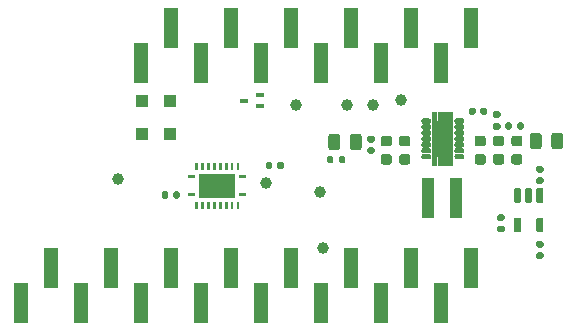
<source format=gbr>
G04 #@! TF.GenerationSoftware,KiCad,Pcbnew,6.0.10+dfsg-1~bpo11+1*
G04 #@! TF.CreationDate,2023-02-04T10:57:23+00:00*
G04 #@! TF.ProjectId,cellular-featherwing-pcb,63656c6c-756c-4617-922d-666561746865,rev?*
G04 #@! TF.SameCoordinates,Original*
G04 #@! TF.FileFunction,Soldermask,Bot*
G04 #@! TF.FilePolarity,Negative*
%FSLAX46Y46*%
G04 Gerber Fmt 4.6, Leading zero omitted, Abs format (unit mm)*
G04 Created by KiCad (PCBNEW 6.0.10+dfsg-1~bpo11+1) date 2023-02-04 10:57:23*
%MOMM*%
%LPD*%
G01*
G04 APERTURE LIST*
%ADD10C,0.010000*%
%ADD11R,1.270000X3.430000*%
%ADD12R,0.762000X0.355600*%
%ADD13C,1.000000*%
%ADD14R,1.100000X1.100000*%
%ADD15R,0.980000X3.400000*%
%ADD16R,3.050000X2.050000*%
G04 APERTURE END LIST*
G36*
X161797500Y-91512000D02*
G01*
X161807500Y-91514000D01*
X161816500Y-91516000D01*
X161826500Y-91519000D01*
X161835500Y-91523000D01*
X161844500Y-91526000D01*
X161853500Y-91531000D01*
X161862500Y-91535000D01*
X161870500Y-91541000D01*
X161879500Y-91546000D01*
X161887500Y-91552000D01*
X161915500Y-91580000D01*
X161921500Y-91588000D01*
X161926500Y-91597000D01*
X161932500Y-91605000D01*
X161936500Y-91614000D01*
X161941500Y-91623000D01*
X161944500Y-91632000D01*
X161948500Y-91641000D01*
X161951500Y-91651000D01*
X161953500Y-91660000D01*
X161955500Y-91670000D01*
X161957500Y-91690000D01*
X161957500Y-91710000D01*
X161955500Y-91730000D01*
X161953500Y-91740000D01*
X161951500Y-91749000D01*
X161948500Y-91759000D01*
X161944500Y-91768000D01*
X161941500Y-91777000D01*
X161936500Y-91786000D01*
X161932500Y-91795000D01*
X161926500Y-91803000D01*
X161921500Y-91812000D01*
X161915500Y-91820000D01*
X161887500Y-91848000D01*
X161879500Y-91854000D01*
X161870500Y-91859000D01*
X161862500Y-91865000D01*
X161853500Y-91869000D01*
X161844500Y-91874000D01*
X161835500Y-91877000D01*
X161826500Y-91881000D01*
X161816500Y-91884000D01*
X161807500Y-91886000D01*
X161797500Y-91888000D01*
X161777500Y-91890000D01*
X161397500Y-91890000D01*
X161377500Y-91888000D01*
X161367500Y-91886000D01*
X161358500Y-91884000D01*
X161348500Y-91881000D01*
X161339500Y-91877000D01*
X161330500Y-91874000D01*
X161321500Y-91869000D01*
X161312500Y-91865000D01*
X161304500Y-91859000D01*
X161295500Y-91854000D01*
X161287500Y-91848000D01*
X161259500Y-91820000D01*
X161253500Y-91812000D01*
X161248500Y-91803000D01*
X161242500Y-91795000D01*
X161238500Y-91786000D01*
X161233500Y-91777000D01*
X161230500Y-91768000D01*
X161226500Y-91759000D01*
X161223500Y-91749000D01*
X161221500Y-91740000D01*
X161219500Y-91730000D01*
X161217500Y-91710000D01*
X161217500Y-91690000D01*
X161219500Y-91670000D01*
X161221500Y-91660000D01*
X161223500Y-91651000D01*
X161226500Y-91641000D01*
X161230500Y-91632000D01*
X161233500Y-91623000D01*
X161238500Y-91614000D01*
X161242500Y-91605000D01*
X161248500Y-91597000D01*
X161253500Y-91588000D01*
X161259500Y-91580000D01*
X161287500Y-91552000D01*
X161295500Y-91546000D01*
X161304500Y-91541000D01*
X161312500Y-91535000D01*
X161321500Y-91531000D01*
X161330500Y-91526000D01*
X161339500Y-91523000D01*
X161348500Y-91519000D01*
X161358500Y-91516000D01*
X161367500Y-91514000D01*
X161377500Y-91512000D01*
X161397500Y-91510000D01*
X161777500Y-91510000D01*
X161797500Y-91512000D01*
G37*
D10*
X161797500Y-91512000D02*
X161807500Y-91514000D01*
X161816500Y-91516000D01*
X161826500Y-91519000D01*
X161835500Y-91523000D01*
X161844500Y-91526000D01*
X161853500Y-91531000D01*
X161862500Y-91535000D01*
X161870500Y-91541000D01*
X161879500Y-91546000D01*
X161887500Y-91552000D01*
X161915500Y-91580000D01*
X161921500Y-91588000D01*
X161926500Y-91597000D01*
X161932500Y-91605000D01*
X161936500Y-91614000D01*
X161941500Y-91623000D01*
X161944500Y-91632000D01*
X161948500Y-91641000D01*
X161951500Y-91651000D01*
X161953500Y-91660000D01*
X161955500Y-91670000D01*
X161957500Y-91690000D01*
X161957500Y-91710000D01*
X161955500Y-91730000D01*
X161953500Y-91740000D01*
X161951500Y-91749000D01*
X161948500Y-91759000D01*
X161944500Y-91768000D01*
X161941500Y-91777000D01*
X161936500Y-91786000D01*
X161932500Y-91795000D01*
X161926500Y-91803000D01*
X161921500Y-91812000D01*
X161915500Y-91820000D01*
X161887500Y-91848000D01*
X161879500Y-91854000D01*
X161870500Y-91859000D01*
X161862500Y-91865000D01*
X161853500Y-91869000D01*
X161844500Y-91874000D01*
X161835500Y-91877000D01*
X161826500Y-91881000D01*
X161816500Y-91884000D01*
X161807500Y-91886000D01*
X161797500Y-91888000D01*
X161777500Y-91890000D01*
X161397500Y-91890000D01*
X161377500Y-91888000D01*
X161367500Y-91886000D01*
X161358500Y-91884000D01*
X161348500Y-91881000D01*
X161339500Y-91877000D01*
X161330500Y-91874000D01*
X161321500Y-91869000D01*
X161312500Y-91865000D01*
X161304500Y-91859000D01*
X161295500Y-91854000D01*
X161287500Y-91848000D01*
X161259500Y-91820000D01*
X161253500Y-91812000D01*
X161248500Y-91803000D01*
X161242500Y-91795000D01*
X161238500Y-91786000D01*
X161233500Y-91777000D01*
X161230500Y-91768000D01*
X161226500Y-91759000D01*
X161223500Y-91749000D01*
X161221500Y-91740000D01*
X161219500Y-91730000D01*
X161217500Y-91710000D01*
X161217500Y-91690000D01*
X161219500Y-91670000D01*
X161221500Y-91660000D01*
X161223500Y-91651000D01*
X161226500Y-91641000D01*
X161230500Y-91632000D01*
X161233500Y-91623000D01*
X161238500Y-91614000D01*
X161242500Y-91605000D01*
X161248500Y-91597000D01*
X161253500Y-91588000D01*
X161259500Y-91580000D01*
X161287500Y-91552000D01*
X161295500Y-91546000D01*
X161304500Y-91541000D01*
X161312500Y-91535000D01*
X161321500Y-91531000D01*
X161330500Y-91526000D01*
X161339500Y-91523000D01*
X161348500Y-91519000D01*
X161358500Y-91516000D01*
X161367500Y-91514000D01*
X161377500Y-91512000D01*
X161397500Y-91510000D01*
X161777500Y-91510000D01*
X161797500Y-91512000D01*
G36*
X161797500Y-90512000D02*
G01*
X161807500Y-90514000D01*
X161816500Y-90516000D01*
X161826500Y-90519000D01*
X161835500Y-90523000D01*
X161844500Y-90526000D01*
X161853500Y-90531000D01*
X161862500Y-90535000D01*
X161870500Y-90541000D01*
X161879500Y-90546000D01*
X161887500Y-90552000D01*
X161915500Y-90580000D01*
X161921500Y-90588000D01*
X161926500Y-90597000D01*
X161932500Y-90605000D01*
X161936500Y-90614000D01*
X161941500Y-90623000D01*
X161944500Y-90632000D01*
X161948500Y-90641000D01*
X161951500Y-90651000D01*
X161953500Y-90660000D01*
X161955500Y-90670000D01*
X161957500Y-90690000D01*
X161957500Y-90710000D01*
X161955500Y-90730000D01*
X161953500Y-90740000D01*
X161951500Y-90749000D01*
X161948500Y-90759000D01*
X161944500Y-90768000D01*
X161941500Y-90777000D01*
X161936500Y-90786000D01*
X161932500Y-90795000D01*
X161926500Y-90803000D01*
X161921500Y-90812000D01*
X161915500Y-90820000D01*
X161887500Y-90848000D01*
X161879500Y-90854000D01*
X161870500Y-90859000D01*
X161862500Y-90865000D01*
X161853500Y-90869000D01*
X161844500Y-90874000D01*
X161835500Y-90877000D01*
X161826500Y-90881000D01*
X161816500Y-90884000D01*
X161807500Y-90886000D01*
X161797500Y-90888000D01*
X161777500Y-90890000D01*
X161397500Y-90890000D01*
X161377500Y-90888000D01*
X161367500Y-90886000D01*
X161358500Y-90884000D01*
X161348500Y-90881000D01*
X161339500Y-90877000D01*
X161330500Y-90874000D01*
X161321500Y-90869000D01*
X161312500Y-90865000D01*
X161304500Y-90859000D01*
X161295500Y-90854000D01*
X161287500Y-90848000D01*
X161259500Y-90820000D01*
X161253500Y-90812000D01*
X161248500Y-90803000D01*
X161242500Y-90795000D01*
X161238500Y-90786000D01*
X161233500Y-90777000D01*
X161230500Y-90768000D01*
X161226500Y-90759000D01*
X161223500Y-90749000D01*
X161221500Y-90740000D01*
X161219500Y-90730000D01*
X161217500Y-90710000D01*
X161217500Y-90690000D01*
X161219500Y-90670000D01*
X161221500Y-90660000D01*
X161223500Y-90651000D01*
X161226500Y-90641000D01*
X161230500Y-90632000D01*
X161233500Y-90623000D01*
X161238500Y-90614000D01*
X161242500Y-90605000D01*
X161248500Y-90597000D01*
X161253500Y-90588000D01*
X161259500Y-90580000D01*
X161287500Y-90552000D01*
X161295500Y-90546000D01*
X161304500Y-90541000D01*
X161312500Y-90535000D01*
X161321500Y-90531000D01*
X161330500Y-90526000D01*
X161339500Y-90523000D01*
X161348500Y-90519000D01*
X161358500Y-90516000D01*
X161367500Y-90514000D01*
X161377500Y-90512000D01*
X161397500Y-90510000D01*
X161777500Y-90510000D01*
X161797500Y-90512000D01*
G37*
X161797500Y-90512000D02*
X161807500Y-90514000D01*
X161816500Y-90516000D01*
X161826500Y-90519000D01*
X161835500Y-90523000D01*
X161844500Y-90526000D01*
X161853500Y-90531000D01*
X161862500Y-90535000D01*
X161870500Y-90541000D01*
X161879500Y-90546000D01*
X161887500Y-90552000D01*
X161915500Y-90580000D01*
X161921500Y-90588000D01*
X161926500Y-90597000D01*
X161932500Y-90605000D01*
X161936500Y-90614000D01*
X161941500Y-90623000D01*
X161944500Y-90632000D01*
X161948500Y-90641000D01*
X161951500Y-90651000D01*
X161953500Y-90660000D01*
X161955500Y-90670000D01*
X161957500Y-90690000D01*
X161957500Y-90710000D01*
X161955500Y-90730000D01*
X161953500Y-90740000D01*
X161951500Y-90749000D01*
X161948500Y-90759000D01*
X161944500Y-90768000D01*
X161941500Y-90777000D01*
X161936500Y-90786000D01*
X161932500Y-90795000D01*
X161926500Y-90803000D01*
X161921500Y-90812000D01*
X161915500Y-90820000D01*
X161887500Y-90848000D01*
X161879500Y-90854000D01*
X161870500Y-90859000D01*
X161862500Y-90865000D01*
X161853500Y-90869000D01*
X161844500Y-90874000D01*
X161835500Y-90877000D01*
X161826500Y-90881000D01*
X161816500Y-90884000D01*
X161807500Y-90886000D01*
X161797500Y-90888000D01*
X161777500Y-90890000D01*
X161397500Y-90890000D01*
X161377500Y-90888000D01*
X161367500Y-90886000D01*
X161358500Y-90884000D01*
X161348500Y-90881000D01*
X161339500Y-90877000D01*
X161330500Y-90874000D01*
X161321500Y-90869000D01*
X161312500Y-90865000D01*
X161304500Y-90859000D01*
X161295500Y-90854000D01*
X161287500Y-90848000D01*
X161259500Y-90820000D01*
X161253500Y-90812000D01*
X161248500Y-90803000D01*
X161242500Y-90795000D01*
X161238500Y-90786000D01*
X161233500Y-90777000D01*
X161230500Y-90768000D01*
X161226500Y-90759000D01*
X161223500Y-90749000D01*
X161221500Y-90740000D01*
X161219500Y-90730000D01*
X161217500Y-90710000D01*
X161217500Y-90690000D01*
X161219500Y-90670000D01*
X161221500Y-90660000D01*
X161223500Y-90651000D01*
X161226500Y-90641000D01*
X161230500Y-90632000D01*
X161233500Y-90623000D01*
X161238500Y-90614000D01*
X161242500Y-90605000D01*
X161248500Y-90597000D01*
X161253500Y-90588000D01*
X161259500Y-90580000D01*
X161287500Y-90552000D01*
X161295500Y-90546000D01*
X161304500Y-90541000D01*
X161312500Y-90535000D01*
X161321500Y-90531000D01*
X161330500Y-90526000D01*
X161339500Y-90523000D01*
X161348500Y-90519000D01*
X161358500Y-90516000D01*
X161367500Y-90514000D01*
X161377500Y-90512000D01*
X161397500Y-90510000D01*
X161777500Y-90510000D01*
X161797500Y-90512000D01*
G36*
X164597500Y-93012000D02*
G01*
X164607500Y-93014000D01*
X164616500Y-93016000D01*
X164626500Y-93019000D01*
X164635500Y-93023000D01*
X164644500Y-93026000D01*
X164653500Y-93031000D01*
X164662500Y-93035000D01*
X164670500Y-93041000D01*
X164679500Y-93046000D01*
X164687500Y-93052000D01*
X164715500Y-93080000D01*
X164721500Y-93088000D01*
X164726500Y-93097000D01*
X164732500Y-93105000D01*
X164736500Y-93114000D01*
X164741500Y-93123000D01*
X164744500Y-93132000D01*
X164748500Y-93141000D01*
X164751500Y-93151000D01*
X164753500Y-93160000D01*
X164755500Y-93170000D01*
X164757500Y-93190000D01*
X164757500Y-93210000D01*
X164755500Y-93230000D01*
X164753500Y-93240000D01*
X164751500Y-93249000D01*
X164748500Y-93259000D01*
X164744500Y-93268000D01*
X164741500Y-93277000D01*
X164736500Y-93286000D01*
X164732500Y-93295000D01*
X164726500Y-93303000D01*
X164721500Y-93312000D01*
X164715500Y-93320000D01*
X164687500Y-93348000D01*
X164679500Y-93354000D01*
X164670500Y-93359000D01*
X164662500Y-93365000D01*
X164653500Y-93369000D01*
X164644500Y-93374000D01*
X164635500Y-93377000D01*
X164626500Y-93381000D01*
X164616500Y-93384000D01*
X164607500Y-93386000D01*
X164597500Y-93388000D01*
X164577500Y-93390000D01*
X164197500Y-93390000D01*
X164177500Y-93388000D01*
X164167500Y-93386000D01*
X164158500Y-93384000D01*
X164148500Y-93381000D01*
X164139500Y-93377000D01*
X164130500Y-93374000D01*
X164121500Y-93369000D01*
X164112500Y-93365000D01*
X164104500Y-93359000D01*
X164095500Y-93354000D01*
X164087500Y-93348000D01*
X164059500Y-93320000D01*
X164053500Y-93312000D01*
X164048500Y-93303000D01*
X164042500Y-93295000D01*
X164038500Y-93286000D01*
X164033500Y-93277000D01*
X164030500Y-93268000D01*
X164026500Y-93259000D01*
X164023500Y-93249000D01*
X164021500Y-93240000D01*
X164019500Y-93230000D01*
X164017500Y-93210000D01*
X164017500Y-93190000D01*
X164019500Y-93170000D01*
X164021500Y-93160000D01*
X164023500Y-93151000D01*
X164026500Y-93141000D01*
X164030500Y-93132000D01*
X164033500Y-93123000D01*
X164038500Y-93114000D01*
X164042500Y-93105000D01*
X164048500Y-93097000D01*
X164053500Y-93088000D01*
X164059500Y-93080000D01*
X164087500Y-93052000D01*
X164095500Y-93046000D01*
X164104500Y-93041000D01*
X164112500Y-93035000D01*
X164121500Y-93031000D01*
X164130500Y-93026000D01*
X164139500Y-93023000D01*
X164148500Y-93019000D01*
X164158500Y-93016000D01*
X164167500Y-93014000D01*
X164177500Y-93012000D01*
X164197500Y-93010000D01*
X164577500Y-93010000D01*
X164597500Y-93012000D01*
G37*
X164597500Y-93012000D02*
X164607500Y-93014000D01*
X164616500Y-93016000D01*
X164626500Y-93019000D01*
X164635500Y-93023000D01*
X164644500Y-93026000D01*
X164653500Y-93031000D01*
X164662500Y-93035000D01*
X164670500Y-93041000D01*
X164679500Y-93046000D01*
X164687500Y-93052000D01*
X164715500Y-93080000D01*
X164721500Y-93088000D01*
X164726500Y-93097000D01*
X164732500Y-93105000D01*
X164736500Y-93114000D01*
X164741500Y-93123000D01*
X164744500Y-93132000D01*
X164748500Y-93141000D01*
X164751500Y-93151000D01*
X164753500Y-93160000D01*
X164755500Y-93170000D01*
X164757500Y-93190000D01*
X164757500Y-93210000D01*
X164755500Y-93230000D01*
X164753500Y-93240000D01*
X164751500Y-93249000D01*
X164748500Y-93259000D01*
X164744500Y-93268000D01*
X164741500Y-93277000D01*
X164736500Y-93286000D01*
X164732500Y-93295000D01*
X164726500Y-93303000D01*
X164721500Y-93312000D01*
X164715500Y-93320000D01*
X164687500Y-93348000D01*
X164679500Y-93354000D01*
X164670500Y-93359000D01*
X164662500Y-93365000D01*
X164653500Y-93369000D01*
X164644500Y-93374000D01*
X164635500Y-93377000D01*
X164626500Y-93381000D01*
X164616500Y-93384000D01*
X164607500Y-93386000D01*
X164597500Y-93388000D01*
X164577500Y-93390000D01*
X164197500Y-93390000D01*
X164177500Y-93388000D01*
X164167500Y-93386000D01*
X164158500Y-93384000D01*
X164148500Y-93381000D01*
X164139500Y-93377000D01*
X164130500Y-93374000D01*
X164121500Y-93369000D01*
X164112500Y-93365000D01*
X164104500Y-93359000D01*
X164095500Y-93354000D01*
X164087500Y-93348000D01*
X164059500Y-93320000D01*
X164053500Y-93312000D01*
X164048500Y-93303000D01*
X164042500Y-93295000D01*
X164038500Y-93286000D01*
X164033500Y-93277000D01*
X164030500Y-93268000D01*
X164026500Y-93259000D01*
X164023500Y-93249000D01*
X164021500Y-93240000D01*
X164019500Y-93230000D01*
X164017500Y-93210000D01*
X164017500Y-93190000D01*
X164019500Y-93170000D01*
X164021500Y-93160000D01*
X164023500Y-93151000D01*
X164026500Y-93141000D01*
X164030500Y-93132000D01*
X164033500Y-93123000D01*
X164038500Y-93114000D01*
X164042500Y-93105000D01*
X164048500Y-93097000D01*
X164053500Y-93088000D01*
X164059500Y-93080000D01*
X164087500Y-93052000D01*
X164095500Y-93046000D01*
X164104500Y-93041000D01*
X164112500Y-93035000D01*
X164121500Y-93031000D01*
X164130500Y-93026000D01*
X164139500Y-93023000D01*
X164148500Y-93019000D01*
X164158500Y-93016000D01*
X164167500Y-93014000D01*
X164177500Y-93012000D01*
X164197500Y-93010000D01*
X164577500Y-93010000D01*
X164597500Y-93012000D01*
G36*
X161797500Y-92512000D02*
G01*
X161807500Y-92514000D01*
X161816500Y-92516000D01*
X161826500Y-92519000D01*
X161835500Y-92523000D01*
X161844500Y-92526000D01*
X161853500Y-92531000D01*
X161862500Y-92535000D01*
X161870500Y-92541000D01*
X161879500Y-92546000D01*
X161887500Y-92552000D01*
X161915500Y-92580000D01*
X161921500Y-92588000D01*
X161926500Y-92597000D01*
X161932500Y-92605000D01*
X161936500Y-92614000D01*
X161941500Y-92623000D01*
X161944500Y-92632000D01*
X161948500Y-92641000D01*
X161951500Y-92651000D01*
X161953500Y-92660000D01*
X161955500Y-92670000D01*
X161957500Y-92690000D01*
X161957500Y-92710000D01*
X161955500Y-92730000D01*
X161953500Y-92740000D01*
X161951500Y-92749000D01*
X161948500Y-92759000D01*
X161944500Y-92768000D01*
X161941500Y-92777000D01*
X161936500Y-92786000D01*
X161932500Y-92795000D01*
X161926500Y-92803000D01*
X161921500Y-92812000D01*
X161915500Y-92820000D01*
X161887500Y-92848000D01*
X161879500Y-92854000D01*
X161870500Y-92859000D01*
X161862500Y-92865000D01*
X161853500Y-92869000D01*
X161844500Y-92874000D01*
X161835500Y-92877000D01*
X161826500Y-92881000D01*
X161816500Y-92884000D01*
X161807500Y-92886000D01*
X161797500Y-92888000D01*
X161777500Y-92890000D01*
X161397500Y-92890000D01*
X161377500Y-92888000D01*
X161367500Y-92886000D01*
X161358500Y-92884000D01*
X161348500Y-92881000D01*
X161339500Y-92877000D01*
X161330500Y-92874000D01*
X161321500Y-92869000D01*
X161312500Y-92865000D01*
X161304500Y-92859000D01*
X161295500Y-92854000D01*
X161287500Y-92848000D01*
X161259500Y-92820000D01*
X161253500Y-92812000D01*
X161248500Y-92803000D01*
X161242500Y-92795000D01*
X161238500Y-92786000D01*
X161233500Y-92777000D01*
X161230500Y-92768000D01*
X161226500Y-92759000D01*
X161223500Y-92749000D01*
X161221500Y-92740000D01*
X161219500Y-92730000D01*
X161217500Y-92710000D01*
X161217500Y-92690000D01*
X161219500Y-92670000D01*
X161221500Y-92660000D01*
X161223500Y-92651000D01*
X161226500Y-92641000D01*
X161230500Y-92632000D01*
X161233500Y-92623000D01*
X161238500Y-92614000D01*
X161242500Y-92605000D01*
X161248500Y-92597000D01*
X161253500Y-92588000D01*
X161259500Y-92580000D01*
X161287500Y-92552000D01*
X161295500Y-92546000D01*
X161304500Y-92541000D01*
X161312500Y-92535000D01*
X161321500Y-92531000D01*
X161330500Y-92526000D01*
X161339500Y-92523000D01*
X161348500Y-92519000D01*
X161358500Y-92516000D01*
X161367500Y-92514000D01*
X161377500Y-92512000D01*
X161397500Y-92510000D01*
X161777500Y-92510000D01*
X161797500Y-92512000D01*
G37*
X161797500Y-92512000D02*
X161807500Y-92514000D01*
X161816500Y-92516000D01*
X161826500Y-92519000D01*
X161835500Y-92523000D01*
X161844500Y-92526000D01*
X161853500Y-92531000D01*
X161862500Y-92535000D01*
X161870500Y-92541000D01*
X161879500Y-92546000D01*
X161887500Y-92552000D01*
X161915500Y-92580000D01*
X161921500Y-92588000D01*
X161926500Y-92597000D01*
X161932500Y-92605000D01*
X161936500Y-92614000D01*
X161941500Y-92623000D01*
X161944500Y-92632000D01*
X161948500Y-92641000D01*
X161951500Y-92651000D01*
X161953500Y-92660000D01*
X161955500Y-92670000D01*
X161957500Y-92690000D01*
X161957500Y-92710000D01*
X161955500Y-92730000D01*
X161953500Y-92740000D01*
X161951500Y-92749000D01*
X161948500Y-92759000D01*
X161944500Y-92768000D01*
X161941500Y-92777000D01*
X161936500Y-92786000D01*
X161932500Y-92795000D01*
X161926500Y-92803000D01*
X161921500Y-92812000D01*
X161915500Y-92820000D01*
X161887500Y-92848000D01*
X161879500Y-92854000D01*
X161870500Y-92859000D01*
X161862500Y-92865000D01*
X161853500Y-92869000D01*
X161844500Y-92874000D01*
X161835500Y-92877000D01*
X161826500Y-92881000D01*
X161816500Y-92884000D01*
X161807500Y-92886000D01*
X161797500Y-92888000D01*
X161777500Y-92890000D01*
X161397500Y-92890000D01*
X161377500Y-92888000D01*
X161367500Y-92886000D01*
X161358500Y-92884000D01*
X161348500Y-92881000D01*
X161339500Y-92877000D01*
X161330500Y-92874000D01*
X161321500Y-92869000D01*
X161312500Y-92865000D01*
X161304500Y-92859000D01*
X161295500Y-92854000D01*
X161287500Y-92848000D01*
X161259500Y-92820000D01*
X161253500Y-92812000D01*
X161248500Y-92803000D01*
X161242500Y-92795000D01*
X161238500Y-92786000D01*
X161233500Y-92777000D01*
X161230500Y-92768000D01*
X161226500Y-92759000D01*
X161223500Y-92749000D01*
X161221500Y-92740000D01*
X161219500Y-92730000D01*
X161217500Y-92710000D01*
X161217500Y-92690000D01*
X161219500Y-92670000D01*
X161221500Y-92660000D01*
X161223500Y-92651000D01*
X161226500Y-92641000D01*
X161230500Y-92632000D01*
X161233500Y-92623000D01*
X161238500Y-92614000D01*
X161242500Y-92605000D01*
X161248500Y-92597000D01*
X161253500Y-92588000D01*
X161259500Y-92580000D01*
X161287500Y-92552000D01*
X161295500Y-92546000D01*
X161304500Y-92541000D01*
X161312500Y-92535000D01*
X161321500Y-92531000D01*
X161330500Y-92526000D01*
X161339500Y-92523000D01*
X161348500Y-92519000D01*
X161358500Y-92516000D01*
X161367500Y-92514000D01*
X161377500Y-92512000D01*
X161397500Y-92510000D01*
X161777500Y-92510000D01*
X161797500Y-92512000D01*
G36*
X161797500Y-93012000D02*
G01*
X161807500Y-93014000D01*
X161816500Y-93016000D01*
X161826500Y-93019000D01*
X161835500Y-93023000D01*
X161844500Y-93026000D01*
X161853500Y-93031000D01*
X161862500Y-93035000D01*
X161870500Y-93041000D01*
X161879500Y-93046000D01*
X161887500Y-93052000D01*
X161915500Y-93080000D01*
X161921500Y-93088000D01*
X161926500Y-93097000D01*
X161932500Y-93105000D01*
X161936500Y-93114000D01*
X161941500Y-93123000D01*
X161944500Y-93132000D01*
X161948500Y-93141000D01*
X161951500Y-93151000D01*
X161953500Y-93160000D01*
X161955500Y-93170000D01*
X161957500Y-93190000D01*
X161957500Y-93210000D01*
X161955500Y-93230000D01*
X161953500Y-93240000D01*
X161951500Y-93249000D01*
X161948500Y-93259000D01*
X161944500Y-93268000D01*
X161941500Y-93277000D01*
X161936500Y-93286000D01*
X161932500Y-93295000D01*
X161926500Y-93303000D01*
X161921500Y-93312000D01*
X161915500Y-93320000D01*
X161887500Y-93348000D01*
X161879500Y-93354000D01*
X161870500Y-93359000D01*
X161862500Y-93365000D01*
X161853500Y-93369000D01*
X161844500Y-93374000D01*
X161835500Y-93377000D01*
X161826500Y-93381000D01*
X161816500Y-93384000D01*
X161807500Y-93386000D01*
X161797500Y-93388000D01*
X161777500Y-93390000D01*
X161397500Y-93390000D01*
X161377500Y-93388000D01*
X161367500Y-93386000D01*
X161358500Y-93384000D01*
X161348500Y-93381000D01*
X161339500Y-93377000D01*
X161330500Y-93374000D01*
X161321500Y-93369000D01*
X161312500Y-93365000D01*
X161304500Y-93359000D01*
X161295500Y-93354000D01*
X161287500Y-93348000D01*
X161259500Y-93320000D01*
X161253500Y-93312000D01*
X161248500Y-93303000D01*
X161242500Y-93295000D01*
X161238500Y-93286000D01*
X161233500Y-93277000D01*
X161230500Y-93268000D01*
X161226500Y-93259000D01*
X161223500Y-93249000D01*
X161221500Y-93240000D01*
X161219500Y-93230000D01*
X161217500Y-93210000D01*
X161217500Y-93190000D01*
X161219500Y-93170000D01*
X161221500Y-93160000D01*
X161223500Y-93151000D01*
X161226500Y-93141000D01*
X161230500Y-93132000D01*
X161233500Y-93123000D01*
X161238500Y-93114000D01*
X161242500Y-93105000D01*
X161248500Y-93097000D01*
X161253500Y-93088000D01*
X161259500Y-93080000D01*
X161287500Y-93052000D01*
X161295500Y-93046000D01*
X161304500Y-93041000D01*
X161312500Y-93035000D01*
X161321500Y-93031000D01*
X161330500Y-93026000D01*
X161339500Y-93023000D01*
X161348500Y-93019000D01*
X161358500Y-93016000D01*
X161367500Y-93014000D01*
X161377500Y-93012000D01*
X161397500Y-93010000D01*
X161777500Y-93010000D01*
X161797500Y-93012000D01*
G37*
X161797500Y-93012000D02*
X161807500Y-93014000D01*
X161816500Y-93016000D01*
X161826500Y-93019000D01*
X161835500Y-93023000D01*
X161844500Y-93026000D01*
X161853500Y-93031000D01*
X161862500Y-93035000D01*
X161870500Y-93041000D01*
X161879500Y-93046000D01*
X161887500Y-93052000D01*
X161915500Y-93080000D01*
X161921500Y-93088000D01*
X161926500Y-93097000D01*
X161932500Y-93105000D01*
X161936500Y-93114000D01*
X161941500Y-93123000D01*
X161944500Y-93132000D01*
X161948500Y-93141000D01*
X161951500Y-93151000D01*
X161953500Y-93160000D01*
X161955500Y-93170000D01*
X161957500Y-93190000D01*
X161957500Y-93210000D01*
X161955500Y-93230000D01*
X161953500Y-93240000D01*
X161951500Y-93249000D01*
X161948500Y-93259000D01*
X161944500Y-93268000D01*
X161941500Y-93277000D01*
X161936500Y-93286000D01*
X161932500Y-93295000D01*
X161926500Y-93303000D01*
X161921500Y-93312000D01*
X161915500Y-93320000D01*
X161887500Y-93348000D01*
X161879500Y-93354000D01*
X161870500Y-93359000D01*
X161862500Y-93365000D01*
X161853500Y-93369000D01*
X161844500Y-93374000D01*
X161835500Y-93377000D01*
X161826500Y-93381000D01*
X161816500Y-93384000D01*
X161807500Y-93386000D01*
X161797500Y-93388000D01*
X161777500Y-93390000D01*
X161397500Y-93390000D01*
X161377500Y-93388000D01*
X161367500Y-93386000D01*
X161358500Y-93384000D01*
X161348500Y-93381000D01*
X161339500Y-93377000D01*
X161330500Y-93374000D01*
X161321500Y-93369000D01*
X161312500Y-93365000D01*
X161304500Y-93359000D01*
X161295500Y-93354000D01*
X161287500Y-93348000D01*
X161259500Y-93320000D01*
X161253500Y-93312000D01*
X161248500Y-93303000D01*
X161242500Y-93295000D01*
X161238500Y-93286000D01*
X161233500Y-93277000D01*
X161230500Y-93268000D01*
X161226500Y-93259000D01*
X161223500Y-93249000D01*
X161221500Y-93240000D01*
X161219500Y-93230000D01*
X161217500Y-93210000D01*
X161217500Y-93190000D01*
X161219500Y-93170000D01*
X161221500Y-93160000D01*
X161223500Y-93151000D01*
X161226500Y-93141000D01*
X161230500Y-93132000D01*
X161233500Y-93123000D01*
X161238500Y-93114000D01*
X161242500Y-93105000D01*
X161248500Y-93097000D01*
X161253500Y-93088000D01*
X161259500Y-93080000D01*
X161287500Y-93052000D01*
X161295500Y-93046000D01*
X161304500Y-93041000D01*
X161312500Y-93035000D01*
X161321500Y-93031000D01*
X161330500Y-93026000D01*
X161339500Y-93023000D01*
X161348500Y-93019000D01*
X161358500Y-93016000D01*
X161367500Y-93014000D01*
X161377500Y-93012000D01*
X161397500Y-93010000D01*
X161777500Y-93010000D01*
X161797500Y-93012000D01*
G36*
X164597500Y-91512000D02*
G01*
X164607500Y-91514000D01*
X164616500Y-91516000D01*
X164626500Y-91519000D01*
X164635500Y-91523000D01*
X164644500Y-91526000D01*
X164653500Y-91531000D01*
X164662500Y-91535000D01*
X164670500Y-91541000D01*
X164679500Y-91546000D01*
X164687500Y-91552000D01*
X164715500Y-91580000D01*
X164721500Y-91588000D01*
X164726500Y-91597000D01*
X164732500Y-91605000D01*
X164736500Y-91614000D01*
X164741500Y-91623000D01*
X164744500Y-91632000D01*
X164748500Y-91641000D01*
X164751500Y-91651000D01*
X164753500Y-91660000D01*
X164755500Y-91670000D01*
X164757500Y-91690000D01*
X164757500Y-91710000D01*
X164755500Y-91730000D01*
X164753500Y-91740000D01*
X164751500Y-91749000D01*
X164748500Y-91759000D01*
X164744500Y-91768000D01*
X164741500Y-91777000D01*
X164736500Y-91786000D01*
X164732500Y-91795000D01*
X164726500Y-91803000D01*
X164721500Y-91812000D01*
X164715500Y-91820000D01*
X164687500Y-91848000D01*
X164679500Y-91854000D01*
X164670500Y-91859000D01*
X164662500Y-91865000D01*
X164653500Y-91869000D01*
X164644500Y-91874000D01*
X164635500Y-91877000D01*
X164626500Y-91881000D01*
X164616500Y-91884000D01*
X164607500Y-91886000D01*
X164597500Y-91888000D01*
X164577500Y-91890000D01*
X164197500Y-91890000D01*
X164177500Y-91888000D01*
X164167500Y-91886000D01*
X164158500Y-91884000D01*
X164148500Y-91881000D01*
X164139500Y-91877000D01*
X164130500Y-91874000D01*
X164121500Y-91869000D01*
X164112500Y-91865000D01*
X164104500Y-91859000D01*
X164095500Y-91854000D01*
X164087500Y-91848000D01*
X164059500Y-91820000D01*
X164053500Y-91812000D01*
X164048500Y-91803000D01*
X164042500Y-91795000D01*
X164038500Y-91786000D01*
X164033500Y-91777000D01*
X164030500Y-91768000D01*
X164026500Y-91759000D01*
X164023500Y-91749000D01*
X164021500Y-91740000D01*
X164019500Y-91730000D01*
X164017500Y-91710000D01*
X164017500Y-91690000D01*
X164019500Y-91670000D01*
X164021500Y-91660000D01*
X164023500Y-91651000D01*
X164026500Y-91641000D01*
X164030500Y-91632000D01*
X164033500Y-91623000D01*
X164038500Y-91614000D01*
X164042500Y-91605000D01*
X164048500Y-91597000D01*
X164053500Y-91588000D01*
X164059500Y-91580000D01*
X164087500Y-91552000D01*
X164095500Y-91546000D01*
X164104500Y-91541000D01*
X164112500Y-91535000D01*
X164121500Y-91531000D01*
X164130500Y-91526000D01*
X164139500Y-91523000D01*
X164148500Y-91519000D01*
X164158500Y-91516000D01*
X164167500Y-91514000D01*
X164177500Y-91512000D01*
X164197500Y-91510000D01*
X164577500Y-91510000D01*
X164597500Y-91512000D01*
G37*
X164597500Y-91512000D02*
X164607500Y-91514000D01*
X164616500Y-91516000D01*
X164626500Y-91519000D01*
X164635500Y-91523000D01*
X164644500Y-91526000D01*
X164653500Y-91531000D01*
X164662500Y-91535000D01*
X164670500Y-91541000D01*
X164679500Y-91546000D01*
X164687500Y-91552000D01*
X164715500Y-91580000D01*
X164721500Y-91588000D01*
X164726500Y-91597000D01*
X164732500Y-91605000D01*
X164736500Y-91614000D01*
X164741500Y-91623000D01*
X164744500Y-91632000D01*
X164748500Y-91641000D01*
X164751500Y-91651000D01*
X164753500Y-91660000D01*
X164755500Y-91670000D01*
X164757500Y-91690000D01*
X164757500Y-91710000D01*
X164755500Y-91730000D01*
X164753500Y-91740000D01*
X164751500Y-91749000D01*
X164748500Y-91759000D01*
X164744500Y-91768000D01*
X164741500Y-91777000D01*
X164736500Y-91786000D01*
X164732500Y-91795000D01*
X164726500Y-91803000D01*
X164721500Y-91812000D01*
X164715500Y-91820000D01*
X164687500Y-91848000D01*
X164679500Y-91854000D01*
X164670500Y-91859000D01*
X164662500Y-91865000D01*
X164653500Y-91869000D01*
X164644500Y-91874000D01*
X164635500Y-91877000D01*
X164626500Y-91881000D01*
X164616500Y-91884000D01*
X164607500Y-91886000D01*
X164597500Y-91888000D01*
X164577500Y-91890000D01*
X164197500Y-91890000D01*
X164177500Y-91888000D01*
X164167500Y-91886000D01*
X164158500Y-91884000D01*
X164148500Y-91881000D01*
X164139500Y-91877000D01*
X164130500Y-91874000D01*
X164121500Y-91869000D01*
X164112500Y-91865000D01*
X164104500Y-91859000D01*
X164095500Y-91854000D01*
X164087500Y-91848000D01*
X164059500Y-91820000D01*
X164053500Y-91812000D01*
X164048500Y-91803000D01*
X164042500Y-91795000D01*
X164038500Y-91786000D01*
X164033500Y-91777000D01*
X164030500Y-91768000D01*
X164026500Y-91759000D01*
X164023500Y-91749000D01*
X164021500Y-91740000D01*
X164019500Y-91730000D01*
X164017500Y-91710000D01*
X164017500Y-91690000D01*
X164019500Y-91670000D01*
X164021500Y-91660000D01*
X164023500Y-91651000D01*
X164026500Y-91641000D01*
X164030500Y-91632000D01*
X164033500Y-91623000D01*
X164038500Y-91614000D01*
X164042500Y-91605000D01*
X164048500Y-91597000D01*
X164053500Y-91588000D01*
X164059500Y-91580000D01*
X164087500Y-91552000D01*
X164095500Y-91546000D01*
X164104500Y-91541000D01*
X164112500Y-91535000D01*
X164121500Y-91531000D01*
X164130500Y-91526000D01*
X164139500Y-91523000D01*
X164148500Y-91519000D01*
X164158500Y-91516000D01*
X164167500Y-91514000D01*
X164177500Y-91512000D01*
X164197500Y-91510000D01*
X164577500Y-91510000D01*
X164597500Y-91512000D01*
G36*
X164597500Y-93512000D02*
G01*
X164607500Y-93514000D01*
X164616500Y-93516000D01*
X164626500Y-93519000D01*
X164635500Y-93523000D01*
X164644500Y-93526000D01*
X164653500Y-93531000D01*
X164662500Y-93535000D01*
X164670500Y-93541000D01*
X164679500Y-93546000D01*
X164687500Y-93552000D01*
X164715500Y-93580000D01*
X164721500Y-93588000D01*
X164726500Y-93597000D01*
X164732500Y-93605000D01*
X164736500Y-93614000D01*
X164741500Y-93623000D01*
X164744500Y-93632000D01*
X164748500Y-93641000D01*
X164751500Y-93651000D01*
X164753500Y-93660000D01*
X164755500Y-93670000D01*
X164757500Y-93690000D01*
X164757500Y-93710000D01*
X164755500Y-93730000D01*
X164753500Y-93740000D01*
X164751500Y-93749000D01*
X164748500Y-93759000D01*
X164744500Y-93768000D01*
X164741500Y-93777000D01*
X164736500Y-93786000D01*
X164732500Y-93795000D01*
X164726500Y-93803000D01*
X164721500Y-93812000D01*
X164715500Y-93820000D01*
X164687500Y-93848000D01*
X164679500Y-93854000D01*
X164670500Y-93859000D01*
X164662500Y-93865000D01*
X164653500Y-93869000D01*
X164644500Y-93874000D01*
X164635500Y-93877000D01*
X164626500Y-93881000D01*
X164616500Y-93884000D01*
X164607500Y-93886000D01*
X164597500Y-93888000D01*
X164577500Y-93890000D01*
X164197500Y-93890000D01*
X164177500Y-93888000D01*
X164167500Y-93886000D01*
X164158500Y-93884000D01*
X164148500Y-93881000D01*
X164139500Y-93877000D01*
X164130500Y-93874000D01*
X164121500Y-93869000D01*
X164112500Y-93865000D01*
X164104500Y-93859000D01*
X164095500Y-93854000D01*
X164087500Y-93848000D01*
X164059500Y-93820000D01*
X164053500Y-93812000D01*
X164048500Y-93803000D01*
X164042500Y-93795000D01*
X164038500Y-93786000D01*
X164033500Y-93777000D01*
X164030500Y-93768000D01*
X164026500Y-93759000D01*
X164023500Y-93749000D01*
X164021500Y-93740000D01*
X164019500Y-93730000D01*
X164017500Y-93710000D01*
X164017500Y-93690000D01*
X164019500Y-93670000D01*
X164021500Y-93660000D01*
X164023500Y-93651000D01*
X164026500Y-93641000D01*
X164030500Y-93632000D01*
X164033500Y-93623000D01*
X164038500Y-93614000D01*
X164042500Y-93605000D01*
X164048500Y-93597000D01*
X164053500Y-93588000D01*
X164059500Y-93580000D01*
X164087500Y-93552000D01*
X164095500Y-93546000D01*
X164104500Y-93541000D01*
X164112500Y-93535000D01*
X164121500Y-93531000D01*
X164130500Y-93526000D01*
X164139500Y-93523000D01*
X164148500Y-93519000D01*
X164158500Y-93516000D01*
X164167500Y-93514000D01*
X164177500Y-93512000D01*
X164197500Y-93510000D01*
X164577500Y-93510000D01*
X164597500Y-93512000D01*
G37*
X164597500Y-93512000D02*
X164607500Y-93514000D01*
X164616500Y-93516000D01*
X164626500Y-93519000D01*
X164635500Y-93523000D01*
X164644500Y-93526000D01*
X164653500Y-93531000D01*
X164662500Y-93535000D01*
X164670500Y-93541000D01*
X164679500Y-93546000D01*
X164687500Y-93552000D01*
X164715500Y-93580000D01*
X164721500Y-93588000D01*
X164726500Y-93597000D01*
X164732500Y-93605000D01*
X164736500Y-93614000D01*
X164741500Y-93623000D01*
X164744500Y-93632000D01*
X164748500Y-93641000D01*
X164751500Y-93651000D01*
X164753500Y-93660000D01*
X164755500Y-93670000D01*
X164757500Y-93690000D01*
X164757500Y-93710000D01*
X164755500Y-93730000D01*
X164753500Y-93740000D01*
X164751500Y-93749000D01*
X164748500Y-93759000D01*
X164744500Y-93768000D01*
X164741500Y-93777000D01*
X164736500Y-93786000D01*
X164732500Y-93795000D01*
X164726500Y-93803000D01*
X164721500Y-93812000D01*
X164715500Y-93820000D01*
X164687500Y-93848000D01*
X164679500Y-93854000D01*
X164670500Y-93859000D01*
X164662500Y-93865000D01*
X164653500Y-93869000D01*
X164644500Y-93874000D01*
X164635500Y-93877000D01*
X164626500Y-93881000D01*
X164616500Y-93884000D01*
X164607500Y-93886000D01*
X164597500Y-93888000D01*
X164577500Y-93890000D01*
X164197500Y-93890000D01*
X164177500Y-93888000D01*
X164167500Y-93886000D01*
X164158500Y-93884000D01*
X164148500Y-93881000D01*
X164139500Y-93877000D01*
X164130500Y-93874000D01*
X164121500Y-93869000D01*
X164112500Y-93865000D01*
X164104500Y-93859000D01*
X164095500Y-93854000D01*
X164087500Y-93848000D01*
X164059500Y-93820000D01*
X164053500Y-93812000D01*
X164048500Y-93803000D01*
X164042500Y-93795000D01*
X164038500Y-93786000D01*
X164033500Y-93777000D01*
X164030500Y-93768000D01*
X164026500Y-93759000D01*
X164023500Y-93749000D01*
X164021500Y-93740000D01*
X164019500Y-93730000D01*
X164017500Y-93710000D01*
X164017500Y-93690000D01*
X164019500Y-93670000D01*
X164021500Y-93660000D01*
X164023500Y-93651000D01*
X164026500Y-93641000D01*
X164030500Y-93632000D01*
X164033500Y-93623000D01*
X164038500Y-93614000D01*
X164042500Y-93605000D01*
X164048500Y-93597000D01*
X164053500Y-93588000D01*
X164059500Y-93580000D01*
X164087500Y-93552000D01*
X164095500Y-93546000D01*
X164104500Y-93541000D01*
X164112500Y-93535000D01*
X164121500Y-93531000D01*
X164130500Y-93526000D01*
X164139500Y-93523000D01*
X164148500Y-93519000D01*
X164158500Y-93516000D01*
X164167500Y-93514000D01*
X164177500Y-93512000D01*
X164197500Y-93510000D01*
X164577500Y-93510000D01*
X164597500Y-93512000D01*
G36*
X162467500Y-90705000D02*
G01*
X162587500Y-90705000D01*
X162587500Y-89930000D01*
X162927500Y-89930000D01*
X162927500Y-90705000D01*
X163047500Y-90705000D01*
X163047500Y-89930000D01*
X163387500Y-89930000D01*
X163387500Y-90705000D01*
X163507500Y-90705000D01*
X163507500Y-89930000D01*
X163847500Y-89930000D01*
X163847500Y-94470000D01*
X163507500Y-94470000D01*
X163507500Y-93695000D01*
X163387500Y-93695000D01*
X163387500Y-94470000D01*
X163047500Y-94470000D01*
X163047500Y-93695000D01*
X162927500Y-93695000D01*
X162927500Y-94470000D01*
X162587500Y-94470000D01*
X162587500Y-93695000D01*
X162467500Y-93695000D01*
X162467500Y-94470000D01*
X162127500Y-94470000D01*
X162127500Y-89930000D01*
X162467500Y-89930000D01*
X162467500Y-90705000D01*
G37*
X162467500Y-90705000D02*
X162587500Y-90705000D01*
X162587500Y-89930000D01*
X162927500Y-89930000D01*
X162927500Y-90705000D01*
X163047500Y-90705000D01*
X163047500Y-89930000D01*
X163387500Y-89930000D01*
X163387500Y-90705000D01*
X163507500Y-90705000D01*
X163507500Y-89930000D01*
X163847500Y-89930000D01*
X163847500Y-94470000D01*
X163507500Y-94470000D01*
X163507500Y-93695000D01*
X163387500Y-93695000D01*
X163387500Y-94470000D01*
X163047500Y-94470000D01*
X163047500Y-93695000D01*
X162927500Y-93695000D01*
X162927500Y-94470000D01*
X162587500Y-94470000D01*
X162587500Y-93695000D01*
X162467500Y-93695000D01*
X162467500Y-94470000D01*
X162127500Y-94470000D01*
X162127500Y-89930000D01*
X162467500Y-89930000D01*
X162467500Y-90705000D01*
G36*
X164597500Y-92512000D02*
G01*
X164607500Y-92514000D01*
X164616500Y-92516000D01*
X164626500Y-92519000D01*
X164635500Y-92523000D01*
X164644500Y-92526000D01*
X164653500Y-92531000D01*
X164662500Y-92535000D01*
X164670500Y-92541000D01*
X164679500Y-92546000D01*
X164687500Y-92552000D01*
X164715500Y-92580000D01*
X164721500Y-92588000D01*
X164726500Y-92597000D01*
X164732500Y-92605000D01*
X164736500Y-92614000D01*
X164741500Y-92623000D01*
X164744500Y-92632000D01*
X164748500Y-92641000D01*
X164751500Y-92651000D01*
X164753500Y-92660000D01*
X164755500Y-92670000D01*
X164757500Y-92690000D01*
X164757500Y-92710000D01*
X164755500Y-92730000D01*
X164753500Y-92740000D01*
X164751500Y-92749000D01*
X164748500Y-92759000D01*
X164744500Y-92768000D01*
X164741500Y-92777000D01*
X164736500Y-92786000D01*
X164732500Y-92795000D01*
X164726500Y-92803000D01*
X164721500Y-92812000D01*
X164715500Y-92820000D01*
X164687500Y-92848000D01*
X164679500Y-92854000D01*
X164670500Y-92859000D01*
X164662500Y-92865000D01*
X164653500Y-92869000D01*
X164644500Y-92874000D01*
X164635500Y-92877000D01*
X164626500Y-92881000D01*
X164616500Y-92884000D01*
X164607500Y-92886000D01*
X164597500Y-92888000D01*
X164577500Y-92890000D01*
X164197500Y-92890000D01*
X164177500Y-92888000D01*
X164167500Y-92886000D01*
X164158500Y-92884000D01*
X164148500Y-92881000D01*
X164139500Y-92877000D01*
X164130500Y-92874000D01*
X164121500Y-92869000D01*
X164112500Y-92865000D01*
X164104500Y-92859000D01*
X164095500Y-92854000D01*
X164087500Y-92848000D01*
X164059500Y-92820000D01*
X164053500Y-92812000D01*
X164048500Y-92803000D01*
X164042500Y-92795000D01*
X164038500Y-92786000D01*
X164033500Y-92777000D01*
X164030500Y-92768000D01*
X164026500Y-92759000D01*
X164023500Y-92749000D01*
X164021500Y-92740000D01*
X164019500Y-92730000D01*
X164017500Y-92710000D01*
X164017500Y-92690000D01*
X164019500Y-92670000D01*
X164021500Y-92660000D01*
X164023500Y-92651000D01*
X164026500Y-92641000D01*
X164030500Y-92632000D01*
X164033500Y-92623000D01*
X164038500Y-92614000D01*
X164042500Y-92605000D01*
X164048500Y-92597000D01*
X164053500Y-92588000D01*
X164059500Y-92580000D01*
X164087500Y-92552000D01*
X164095500Y-92546000D01*
X164104500Y-92541000D01*
X164112500Y-92535000D01*
X164121500Y-92531000D01*
X164130500Y-92526000D01*
X164139500Y-92523000D01*
X164148500Y-92519000D01*
X164158500Y-92516000D01*
X164167500Y-92514000D01*
X164177500Y-92512000D01*
X164197500Y-92510000D01*
X164577500Y-92510000D01*
X164597500Y-92512000D01*
G37*
X164597500Y-92512000D02*
X164607500Y-92514000D01*
X164616500Y-92516000D01*
X164626500Y-92519000D01*
X164635500Y-92523000D01*
X164644500Y-92526000D01*
X164653500Y-92531000D01*
X164662500Y-92535000D01*
X164670500Y-92541000D01*
X164679500Y-92546000D01*
X164687500Y-92552000D01*
X164715500Y-92580000D01*
X164721500Y-92588000D01*
X164726500Y-92597000D01*
X164732500Y-92605000D01*
X164736500Y-92614000D01*
X164741500Y-92623000D01*
X164744500Y-92632000D01*
X164748500Y-92641000D01*
X164751500Y-92651000D01*
X164753500Y-92660000D01*
X164755500Y-92670000D01*
X164757500Y-92690000D01*
X164757500Y-92710000D01*
X164755500Y-92730000D01*
X164753500Y-92740000D01*
X164751500Y-92749000D01*
X164748500Y-92759000D01*
X164744500Y-92768000D01*
X164741500Y-92777000D01*
X164736500Y-92786000D01*
X164732500Y-92795000D01*
X164726500Y-92803000D01*
X164721500Y-92812000D01*
X164715500Y-92820000D01*
X164687500Y-92848000D01*
X164679500Y-92854000D01*
X164670500Y-92859000D01*
X164662500Y-92865000D01*
X164653500Y-92869000D01*
X164644500Y-92874000D01*
X164635500Y-92877000D01*
X164626500Y-92881000D01*
X164616500Y-92884000D01*
X164607500Y-92886000D01*
X164597500Y-92888000D01*
X164577500Y-92890000D01*
X164197500Y-92890000D01*
X164177500Y-92888000D01*
X164167500Y-92886000D01*
X164158500Y-92884000D01*
X164148500Y-92881000D01*
X164139500Y-92877000D01*
X164130500Y-92874000D01*
X164121500Y-92869000D01*
X164112500Y-92865000D01*
X164104500Y-92859000D01*
X164095500Y-92854000D01*
X164087500Y-92848000D01*
X164059500Y-92820000D01*
X164053500Y-92812000D01*
X164048500Y-92803000D01*
X164042500Y-92795000D01*
X164038500Y-92786000D01*
X164033500Y-92777000D01*
X164030500Y-92768000D01*
X164026500Y-92759000D01*
X164023500Y-92749000D01*
X164021500Y-92740000D01*
X164019500Y-92730000D01*
X164017500Y-92710000D01*
X164017500Y-92690000D01*
X164019500Y-92670000D01*
X164021500Y-92660000D01*
X164023500Y-92651000D01*
X164026500Y-92641000D01*
X164030500Y-92632000D01*
X164033500Y-92623000D01*
X164038500Y-92614000D01*
X164042500Y-92605000D01*
X164048500Y-92597000D01*
X164053500Y-92588000D01*
X164059500Y-92580000D01*
X164087500Y-92552000D01*
X164095500Y-92546000D01*
X164104500Y-92541000D01*
X164112500Y-92535000D01*
X164121500Y-92531000D01*
X164130500Y-92526000D01*
X164139500Y-92523000D01*
X164148500Y-92519000D01*
X164158500Y-92516000D01*
X164167500Y-92514000D01*
X164177500Y-92512000D01*
X164197500Y-92510000D01*
X164577500Y-92510000D01*
X164597500Y-92512000D01*
G36*
X164597500Y-91012000D02*
G01*
X164607500Y-91014000D01*
X164616500Y-91016000D01*
X164626500Y-91019000D01*
X164635500Y-91023000D01*
X164644500Y-91026000D01*
X164653500Y-91031000D01*
X164662500Y-91035000D01*
X164670500Y-91041000D01*
X164679500Y-91046000D01*
X164687500Y-91052000D01*
X164715500Y-91080000D01*
X164721500Y-91088000D01*
X164726500Y-91097000D01*
X164732500Y-91105000D01*
X164736500Y-91114000D01*
X164741500Y-91123000D01*
X164744500Y-91132000D01*
X164748500Y-91141000D01*
X164751500Y-91151000D01*
X164753500Y-91160000D01*
X164755500Y-91170000D01*
X164757500Y-91190000D01*
X164757500Y-91210000D01*
X164755500Y-91230000D01*
X164753500Y-91240000D01*
X164751500Y-91249000D01*
X164748500Y-91259000D01*
X164744500Y-91268000D01*
X164741500Y-91277000D01*
X164736500Y-91286000D01*
X164732500Y-91295000D01*
X164726500Y-91303000D01*
X164721500Y-91312000D01*
X164715500Y-91320000D01*
X164687500Y-91348000D01*
X164679500Y-91354000D01*
X164670500Y-91359000D01*
X164662500Y-91365000D01*
X164653500Y-91369000D01*
X164644500Y-91374000D01*
X164635500Y-91377000D01*
X164626500Y-91381000D01*
X164616500Y-91384000D01*
X164607500Y-91386000D01*
X164597500Y-91388000D01*
X164577500Y-91390000D01*
X164197500Y-91390000D01*
X164177500Y-91388000D01*
X164167500Y-91386000D01*
X164158500Y-91384000D01*
X164148500Y-91381000D01*
X164139500Y-91377000D01*
X164130500Y-91374000D01*
X164121500Y-91369000D01*
X164112500Y-91365000D01*
X164104500Y-91359000D01*
X164095500Y-91354000D01*
X164087500Y-91348000D01*
X164059500Y-91320000D01*
X164053500Y-91312000D01*
X164048500Y-91303000D01*
X164042500Y-91295000D01*
X164038500Y-91286000D01*
X164033500Y-91277000D01*
X164030500Y-91268000D01*
X164026500Y-91259000D01*
X164023500Y-91249000D01*
X164021500Y-91240000D01*
X164019500Y-91230000D01*
X164017500Y-91210000D01*
X164017500Y-91190000D01*
X164019500Y-91170000D01*
X164021500Y-91160000D01*
X164023500Y-91151000D01*
X164026500Y-91141000D01*
X164030500Y-91132000D01*
X164033500Y-91123000D01*
X164038500Y-91114000D01*
X164042500Y-91105000D01*
X164048500Y-91097000D01*
X164053500Y-91088000D01*
X164059500Y-91080000D01*
X164087500Y-91052000D01*
X164095500Y-91046000D01*
X164104500Y-91041000D01*
X164112500Y-91035000D01*
X164121500Y-91031000D01*
X164130500Y-91026000D01*
X164139500Y-91023000D01*
X164148500Y-91019000D01*
X164158500Y-91016000D01*
X164167500Y-91014000D01*
X164177500Y-91012000D01*
X164197500Y-91010000D01*
X164577500Y-91010000D01*
X164597500Y-91012000D01*
G37*
X164597500Y-91012000D02*
X164607500Y-91014000D01*
X164616500Y-91016000D01*
X164626500Y-91019000D01*
X164635500Y-91023000D01*
X164644500Y-91026000D01*
X164653500Y-91031000D01*
X164662500Y-91035000D01*
X164670500Y-91041000D01*
X164679500Y-91046000D01*
X164687500Y-91052000D01*
X164715500Y-91080000D01*
X164721500Y-91088000D01*
X164726500Y-91097000D01*
X164732500Y-91105000D01*
X164736500Y-91114000D01*
X164741500Y-91123000D01*
X164744500Y-91132000D01*
X164748500Y-91141000D01*
X164751500Y-91151000D01*
X164753500Y-91160000D01*
X164755500Y-91170000D01*
X164757500Y-91190000D01*
X164757500Y-91210000D01*
X164755500Y-91230000D01*
X164753500Y-91240000D01*
X164751500Y-91249000D01*
X164748500Y-91259000D01*
X164744500Y-91268000D01*
X164741500Y-91277000D01*
X164736500Y-91286000D01*
X164732500Y-91295000D01*
X164726500Y-91303000D01*
X164721500Y-91312000D01*
X164715500Y-91320000D01*
X164687500Y-91348000D01*
X164679500Y-91354000D01*
X164670500Y-91359000D01*
X164662500Y-91365000D01*
X164653500Y-91369000D01*
X164644500Y-91374000D01*
X164635500Y-91377000D01*
X164626500Y-91381000D01*
X164616500Y-91384000D01*
X164607500Y-91386000D01*
X164597500Y-91388000D01*
X164577500Y-91390000D01*
X164197500Y-91390000D01*
X164177500Y-91388000D01*
X164167500Y-91386000D01*
X164158500Y-91384000D01*
X164148500Y-91381000D01*
X164139500Y-91377000D01*
X164130500Y-91374000D01*
X164121500Y-91369000D01*
X164112500Y-91365000D01*
X164104500Y-91359000D01*
X164095500Y-91354000D01*
X164087500Y-91348000D01*
X164059500Y-91320000D01*
X164053500Y-91312000D01*
X164048500Y-91303000D01*
X164042500Y-91295000D01*
X164038500Y-91286000D01*
X164033500Y-91277000D01*
X164030500Y-91268000D01*
X164026500Y-91259000D01*
X164023500Y-91249000D01*
X164021500Y-91240000D01*
X164019500Y-91230000D01*
X164017500Y-91210000D01*
X164017500Y-91190000D01*
X164019500Y-91170000D01*
X164021500Y-91160000D01*
X164023500Y-91151000D01*
X164026500Y-91141000D01*
X164030500Y-91132000D01*
X164033500Y-91123000D01*
X164038500Y-91114000D01*
X164042500Y-91105000D01*
X164048500Y-91097000D01*
X164053500Y-91088000D01*
X164059500Y-91080000D01*
X164087500Y-91052000D01*
X164095500Y-91046000D01*
X164104500Y-91041000D01*
X164112500Y-91035000D01*
X164121500Y-91031000D01*
X164130500Y-91026000D01*
X164139500Y-91023000D01*
X164148500Y-91019000D01*
X164158500Y-91016000D01*
X164167500Y-91014000D01*
X164177500Y-91012000D01*
X164197500Y-91010000D01*
X164577500Y-91010000D01*
X164597500Y-91012000D01*
G36*
X161797500Y-92012000D02*
G01*
X161807500Y-92014000D01*
X161816500Y-92016000D01*
X161826500Y-92019000D01*
X161835500Y-92023000D01*
X161844500Y-92026000D01*
X161853500Y-92031000D01*
X161862500Y-92035000D01*
X161870500Y-92041000D01*
X161879500Y-92046000D01*
X161887500Y-92052000D01*
X161915500Y-92080000D01*
X161921500Y-92088000D01*
X161926500Y-92097000D01*
X161932500Y-92105000D01*
X161936500Y-92114000D01*
X161941500Y-92123000D01*
X161944500Y-92132000D01*
X161948500Y-92141000D01*
X161951500Y-92151000D01*
X161953500Y-92160000D01*
X161955500Y-92170000D01*
X161957500Y-92190000D01*
X161957500Y-92210000D01*
X161955500Y-92230000D01*
X161953500Y-92240000D01*
X161951500Y-92249000D01*
X161948500Y-92259000D01*
X161944500Y-92268000D01*
X161941500Y-92277000D01*
X161936500Y-92286000D01*
X161932500Y-92295000D01*
X161926500Y-92303000D01*
X161921500Y-92312000D01*
X161915500Y-92320000D01*
X161887500Y-92348000D01*
X161879500Y-92354000D01*
X161870500Y-92359000D01*
X161862500Y-92365000D01*
X161853500Y-92369000D01*
X161844500Y-92374000D01*
X161835500Y-92377000D01*
X161826500Y-92381000D01*
X161816500Y-92384000D01*
X161807500Y-92386000D01*
X161797500Y-92388000D01*
X161777500Y-92390000D01*
X161397500Y-92390000D01*
X161377500Y-92388000D01*
X161367500Y-92386000D01*
X161358500Y-92384000D01*
X161348500Y-92381000D01*
X161339500Y-92377000D01*
X161330500Y-92374000D01*
X161321500Y-92369000D01*
X161312500Y-92365000D01*
X161304500Y-92359000D01*
X161295500Y-92354000D01*
X161287500Y-92348000D01*
X161259500Y-92320000D01*
X161253500Y-92312000D01*
X161248500Y-92303000D01*
X161242500Y-92295000D01*
X161238500Y-92286000D01*
X161233500Y-92277000D01*
X161230500Y-92268000D01*
X161226500Y-92259000D01*
X161223500Y-92249000D01*
X161221500Y-92240000D01*
X161219500Y-92230000D01*
X161217500Y-92210000D01*
X161217500Y-92190000D01*
X161219500Y-92170000D01*
X161221500Y-92160000D01*
X161223500Y-92151000D01*
X161226500Y-92141000D01*
X161230500Y-92132000D01*
X161233500Y-92123000D01*
X161238500Y-92114000D01*
X161242500Y-92105000D01*
X161248500Y-92097000D01*
X161253500Y-92088000D01*
X161259500Y-92080000D01*
X161287500Y-92052000D01*
X161295500Y-92046000D01*
X161304500Y-92041000D01*
X161312500Y-92035000D01*
X161321500Y-92031000D01*
X161330500Y-92026000D01*
X161339500Y-92023000D01*
X161348500Y-92019000D01*
X161358500Y-92016000D01*
X161367500Y-92014000D01*
X161377500Y-92012000D01*
X161397500Y-92010000D01*
X161777500Y-92010000D01*
X161797500Y-92012000D01*
G37*
X161797500Y-92012000D02*
X161807500Y-92014000D01*
X161816500Y-92016000D01*
X161826500Y-92019000D01*
X161835500Y-92023000D01*
X161844500Y-92026000D01*
X161853500Y-92031000D01*
X161862500Y-92035000D01*
X161870500Y-92041000D01*
X161879500Y-92046000D01*
X161887500Y-92052000D01*
X161915500Y-92080000D01*
X161921500Y-92088000D01*
X161926500Y-92097000D01*
X161932500Y-92105000D01*
X161936500Y-92114000D01*
X161941500Y-92123000D01*
X161944500Y-92132000D01*
X161948500Y-92141000D01*
X161951500Y-92151000D01*
X161953500Y-92160000D01*
X161955500Y-92170000D01*
X161957500Y-92190000D01*
X161957500Y-92210000D01*
X161955500Y-92230000D01*
X161953500Y-92240000D01*
X161951500Y-92249000D01*
X161948500Y-92259000D01*
X161944500Y-92268000D01*
X161941500Y-92277000D01*
X161936500Y-92286000D01*
X161932500Y-92295000D01*
X161926500Y-92303000D01*
X161921500Y-92312000D01*
X161915500Y-92320000D01*
X161887500Y-92348000D01*
X161879500Y-92354000D01*
X161870500Y-92359000D01*
X161862500Y-92365000D01*
X161853500Y-92369000D01*
X161844500Y-92374000D01*
X161835500Y-92377000D01*
X161826500Y-92381000D01*
X161816500Y-92384000D01*
X161807500Y-92386000D01*
X161797500Y-92388000D01*
X161777500Y-92390000D01*
X161397500Y-92390000D01*
X161377500Y-92388000D01*
X161367500Y-92386000D01*
X161358500Y-92384000D01*
X161348500Y-92381000D01*
X161339500Y-92377000D01*
X161330500Y-92374000D01*
X161321500Y-92369000D01*
X161312500Y-92365000D01*
X161304500Y-92359000D01*
X161295500Y-92354000D01*
X161287500Y-92348000D01*
X161259500Y-92320000D01*
X161253500Y-92312000D01*
X161248500Y-92303000D01*
X161242500Y-92295000D01*
X161238500Y-92286000D01*
X161233500Y-92277000D01*
X161230500Y-92268000D01*
X161226500Y-92259000D01*
X161223500Y-92249000D01*
X161221500Y-92240000D01*
X161219500Y-92230000D01*
X161217500Y-92210000D01*
X161217500Y-92190000D01*
X161219500Y-92170000D01*
X161221500Y-92160000D01*
X161223500Y-92151000D01*
X161226500Y-92141000D01*
X161230500Y-92132000D01*
X161233500Y-92123000D01*
X161238500Y-92114000D01*
X161242500Y-92105000D01*
X161248500Y-92097000D01*
X161253500Y-92088000D01*
X161259500Y-92080000D01*
X161287500Y-92052000D01*
X161295500Y-92046000D01*
X161304500Y-92041000D01*
X161312500Y-92035000D01*
X161321500Y-92031000D01*
X161330500Y-92026000D01*
X161339500Y-92023000D01*
X161348500Y-92019000D01*
X161358500Y-92016000D01*
X161367500Y-92014000D01*
X161377500Y-92012000D01*
X161397500Y-92010000D01*
X161777500Y-92010000D01*
X161797500Y-92012000D01*
G36*
X161797500Y-93512000D02*
G01*
X161807500Y-93514000D01*
X161816500Y-93516000D01*
X161826500Y-93519000D01*
X161835500Y-93523000D01*
X161844500Y-93526000D01*
X161853500Y-93531000D01*
X161862500Y-93535000D01*
X161870500Y-93541000D01*
X161879500Y-93546000D01*
X161887500Y-93552000D01*
X161915500Y-93580000D01*
X161921500Y-93588000D01*
X161926500Y-93597000D01*
X161932500Y-93605000D01*
X161936500Y-93614000D01*
X161941500Y-93623000D01*
X161944500Y-93632000D01*
X161948500Y-93641000D01*
X161951500Y-93651000D01*
X161953500Y-93660000D01*
X161955500Y-93670000D01*
X161957500Y-93690000D01*
X161957500Y-93710000D01*
X161955500Y-93730000D01*
X161953500Y-93740000D01*
X161951500Y-93749000D01*
X161948500Y-93759000D01*
X161944500Y-93768000D01*
X161941500Y-93777000D01*
X161936500Y-93786000D01*
X161932500Y-93795000D01*
X161926500Y-93803000D01*
X161921500Y-93812000D01*
X161915500Y-93820000D01*
X161887500Y-93848000D01*
X161879500Y-93854000D01*
X161870500Y-93859000D01*
X161862500Y-93865000D01*
X161853500Y-93869000D01*
X161844500Y-93874000D01*
X161835500Y-93877000D01*
X161826500Y-93881000D01*
X161816500Y-93884000D01*
X161807500Y-93886000D01*
X161797500Y-93888000D01*
X161777500Y-93890000D01*
X161397500Y-93890000D01*
X161377500Y-93888000D01*
X161367500Y-93886000D01*
X161358500Y-93884000D01*
X161348500Y-93881000D01*
X161339500Y-93877000D01*
X161330500Y-93874000D01*
X161321500Y-93869000D01*
X161312500Y-93865000D01*
X161304500Y-93859000D01*
X161295500Y-93854000D01*
X161287500Y-93848000D01*
X161259500Y-93820000D01*
X161253500Y-93812000D01*
X161248500Y-93803000D01*
X161242500Y-93795000D01*
X161238500Y-93786000D01*
X161233500Y-93777000D01*
X161230500Y-93768000D01*
X161226500Y-93759000D01*
X161223500Y-93749000D01*
X161221500Y-93740000D01*
X161219500Y-93730000D01*
X161217500Y-93710000D01*
X161217500Y-93690000D01*
X161219500Y-93670000D01*
X161221500Y-93660000D01*
X161223500Y-93651000D01*
X161226500Y-93641000D01*
X161230500Y-93632000D01*
X161233500Y-93623000D01*
X161238500Y-93614000D01*
X161242500Y-93605000D01*
X161248500Y-93597000D01*
X161253500Y-93588000D01*
X161259500Y-93580000D01*
X161287500Y-93552000D01*
X161295500Y-93546000D01*
X161304500Y-93541000D01*
X161312500Y-93535000D01*
X161321500Y-93531000D01*
X161330500Y-93526000D01*
X161339500Y-93523000D01*
X161348500Y-93519000D01*
X161358500Y-93516000D01*
X161367500Y-93514000D01*
X161377500Y-93512000D01*
X161397500Y-93510000D01*
X161777500Y-93510000D01*
X161797500Y-93512000D01*
G37*
X161797500Y-93512000D02*
X161807500Y-93514000D01*
X161816500Y-93516000D01*
X161826500Y-93519000D01*
X161835500Y-93523000D01*
X161844500Y-93526000D01*
X161853500Y-93531000D01*
X161862500Y-93535000D01*
X161870500Y-93541000D01*
X161879500Y-93546000D01*
X161887500Y-93552000D01*
X161915500Y-93580000D01*
X161921500Y-93588000D01*
X161926500Y-93597000D01*
X161932500Y-93605000D01*
X161936500Y-93614000D01*
X161941500Y-93623000D01*
X161944500Y-93632000D01*
X161948500Y-93641000D01*
X161951500Y-93651000D01*
X161953500Y-93660000D01*
X161955500Y-93670000D01*
X161957500Y-93690000D01*
X161957500Y-93710000D01*
X161955500Y-93730000D01*
X161953500Y-93740000D01*
X161951500Y-93749000D01*
X161948500Y-93759000D01*
X161944500Y-93768000D01*
X161941500Y-93777000D01*
X161936500Y-93786000D01*
X161932500Y-93795000D01*
X161926500Y-93803000D01*
X161921500Y-93812000D01*
X161915500Y-93820000D01*
X161887500Y-93848000D01*
X161879500Y-93854000D01*
X161870500Y-93859000D01*
X161862500Y-93865000D01*
X161853500Y-93869000D01*
X161844500Y-93874000D01*
X161835500Y-93877000D01*
X161826500Y-93881000D01*
X161816500Y-93884000D01*
X161807500Y-93886000D01*
X161797500Y-93888000D01*
X161777500Y-93890000D01*
X161397500Y-93890000D01*
X161377500Y-93888000D01*
X161367500Y-93886000D01*
X161358500Y-93884000D01*
X161348500Y-93881000D01*
X161339500Y-93877000D01*
X161330500Y-93874000D01*
X161321500Y-93869000D01*
X161312500Y-93865000D01*
X161304500Y-93859000D01*
X161295500Y-93854000D01*
X161287500Y-93848000D01*
X161259500Y-93820000D01*
X161253500Y-93812000D01*
X161248500Y-93803000D01*
X161242500Y-93795000D01*
X161238500Y-93786000D01*
X161233500Y-93777000D01*
X161230500Y-93768000D01*
X161226500Y-93759000D01*
X161223500Y-93749000D01*
X161221500Y-93740000D01*
X161219500Y-93730000D01*
X161217500Y-93710000D01*
X161217500Y-93690000D01*
X161219500Y-93670000D01*
X161221500Y-93660000D01*
X161223500Y-93651000D01*
X161226500Y-93641000D01*
X161230500Y-93632000D01*
X161233500Y-93623000D01*
X161238500Y-93614000D01*
X161242500Y-93605000D01*
X161248500Y-93597000D01*
X161253500Y-93588000D01*
X161259500Y-93580000D01*
X161287500Y-93552000D01*
X161295500Y-93546000D01*
X161304500Y-93541000D01*
X161312500Y-93535000D01*
X161321500Y-93531000D01*
X161330500Y-93526000D01*
X161339500Y-93523000D01*
X161348500Y-93519000D01*
X161358500Y-93516000D01*
X161367500Y-93514000D01*
X161377500Y-93512000D01*
X161397500Y-93510000D01*
X161777500Y-93510000D01*
X161797500Y-93512000D01*
G36*
X164597500Y-92012000D02*
G01*
X164607500Y-92014000D01*
X164616500Y-92016000D01*
X164626500Y-92019000D01*
X164635500Y-92023000D01*
X164644500Y-92026000D01*
X164653500Y-92031000D01*
X164662500Y-92035000D01*
X164670500Y-92041000D01*
X164679500Y-92046000D01*
X164687500Y-92052000D01*
X164715500Y-92080000D01*
X164721500Y-92088000D01*
X164726500Y-92097000D01*
X164732500Y-92105000D01*
X164736500Y-92114000D01*
X164741500Y-92123000D01*
X164744500Y-92132000D01*
X164748500Y-92141000D01*
X164751500Y-92151000D01*
X164753500Y-92160000D01*
X164755500Y-92170000D01*
X164757500Y-92190000D01*
X164757500Y-92210000D01*
X164755500Y-92230000D01*
X164753500Y-92240000D01*
X164751500Y-92249000D01*
X164748500Y-92259000D01*
X164744500Y-92268000D01*
X164741500Y-92277000D01*
X164736500Y-92286000D01*
X164732500Y-92295000D01*
X164726500Y-92303000D01*
X164721500Y-92312000D01*
X164715500Y-92320000D01*
X164687500Y-92348000D01*
X164679500Y-92354000D01*
X164670500Y-92359000D01*
X164662500Y-92365000D01*
X164653500Y-92369000D01*
X164644500Y-92374000D01*
X164635500Y-92377000D01*
X164626500Y-92381000D01*
X164616500Y-92384000D01*
X164607500Y-92386000D01*
X164597500Y-92388000D01*
X164577500Y-92390000D01*
X164197500Y-92390000D01*
X164177500Y-92388000D01*
X164167500Y-92386000D01*
X164158500Y-92384000D01*
X164148500Y-92381000D01*
X164139500Y-92377000D01*
X164130500Y-92374000D01*
X164121500Y-92369000D01*
X164112500Y-92365000D01*
X164104500Y-92359000D01*
X164095500Y-92354000D01*
X164087500Y-92348000D01*
X164059500Y-92320000D01*
X164053500Y-92312000D01*
X164048500Y-92303000D01*
X164042500Y-92295000D01*
X164038500Y-92286000D01*
X164033500Y-92277000D01*
X164030500Y-92268000D01*
X164026500Y-92259000D01*
X164023500Y-92249000D01*
X164021500Y-92240000D01*
X164019500Y-92230000D01*
X164017500Y-92210000D01*
X164017500Y-92190000D01*
X164019500Y-92170000D01*
X164021500Y-92160000D01*
X164023500Y-92151000D01*
X164026500Y-92141000D01*
X164030500Y-92132000D01*
X164033500Y-92123000D01*
X164038500Y-92114000D01*
X164042500Y-92105000D01*
X164048500Y-92097000D01*
X164053500Y-92088000D01*
X164059500Y-92080000D01*
X164087500Y-92052000D01*
X164095500Y-92046000D01*
X164104500Y-92041000D01*
X164112500Y-92035000D01*
X164121500Y-92031000D01*
X164130500Y-92026000D01*
X164139500Y-92023000D01*
X164148500Y-92019000D01*
X164158500Y-92016000D01*
X164167500Y-92014000D01*
X164177500Y-92012000D01*
X164197500Y-92010000D01*
X164577500Y-92010000D01*
X164597500Y-92012000D01*
G37*
X164597500Y-92012000D02*
X164607500Y-92014000D01*
X164616500Y-92016000D01*
X164626500Y-92019000D01*
X164635500Y-92023000D01*
X164644500Y-92026000D01*
X164653500Y-92031000D01*
X164662500Y-92035000D01*
X164670500Y-92041000D01*
X164679500Y-92046000D01*
X164687500Y-92052000D01*
X164715500Y-92080000D01*
X164721500Y-92088000D01*
X164726500Y-92097000D01*
X164732500Y-92105000D01*
X164736500Y-92114000D01*
X164741500Y-92123000D01*
X164744500Y-92132000D01*
X164748500Y-92141000D01*
X164751500Y-92151000D01*
X164753500Y-92160000D01*
X164755500Y-92170000D01*
X164757500Y-92190000D01*
X164757500Y-92210000D01*
X164755500Y-92230000D01*
X164753500Y-92240000D01*
X164751500Y-92249000D01*
X164748500Y-92259000D01*
X164744500Y-92268000D01*
X164741500Y-92277000D01*
X164736500Y-92286000D01*
X164732500Y-92295000D01*
X164726500Y-92303000D01*
X164721500Y-92312000D01*
X164715500Y-92320000D01*
X164687500Y-92348000D01*
X164679500Y-92354000D01*
X164670500Y-92359000D01*
X164662500Y-92365000D01*
X164653500Y-92369000D01*
X164644500Y-92374000D01*
X164635500Y-92377000D01*
X164626500Y-92381000D01*
X164616500Y-92384000D01*
X164607500Y-92386000D01*
X164597500Y-92388000D01*
X164577500Y-92390000D01*
X164197500Y-92390000D01*
X164177500Y-92388000D01*
X164167500Y-92386000D01*
X164158500Y-92384000D01*
X164148500Y-92381000D01*
X164139500Y-92377000D01*
X164130500Y-92374000D01*
X164121500Y-92369000D01*
X164112500Y-92365000D01*
X164104500Y-92359000D01*
X164095500Y-92354000D01*
X164087500Y-92348000D01*
X164059500Y-92320000D01*
X164053500Y-92312000D01*
X164048500Y-92303000D01*
X164042500Y-92295000D01*
X164038500Y-92286000D01*
X164033500Y-92277000D01*
X164030500Y-92268000D01*
X164026500Y-92259000D01*
X164023500Y-92249000D01*
X164021500Y-92240000D01*
X164019500Y-92230000D01*
X164017500Y-92210000D01*
X164017500Y-92190000D01*
X164019500Y-92170000D01*
X164021500Y-92160000D01*
X164023500Y-92151000D01*
X164026500Y-92141000D01*
X164030500Y-92132000D01*
X164033500Y-92123000D01*
X164038500Y-92114000D01*
X164042500Y-92105000D01*
X164048500Y-92097000D01*
X164053500Y-92088000D01*
X164059500Y-92080000D01*
X164087500Y-92052000D01*
X164095500Y-92046000D01*
X164104500Y-92041000D01*
X164112500Y-92035000D01*
X164121500Y-92031000D01*
X164130500Y-92026000D01*
X164139500Y-92023000D01*
X164148500Y-92019000D01*
X164158500Y-92016000D01*
X164167500Y-92014000D01*
X164177500Y-92012000D01*
X164197500Y-92010000D01*
X164577500Y-92010000D01*
X164597500Y-92012000D01*
G36*
X161797500Y-91012000D02*
G01*
X161807500Y-91014000D01*
X161816500Y-91016000D01*
X161826500Y-91019000D01*
X161835500Y-91023000D01*
X161844500Y-91026000D01*
X161853500Y-91031000D01*
X161862500Y-91035000D01*
X161870500Y-91041000D01*
X161879500Y-91046000D01*
X161887500Y-91052000D01*
X161915500Y-91080000D01*
X161921500Y-91088000D01*
X161926500Y-91097000D01*
X161932500Y-91105000D01*
X161936500Y-91114000D01*
X161941500Y-91123000D01*
X161944500Y-91132000D01*
X161948500Y-91141000D01*
X161951500Y-91151000D01*
X161953500Y-91160000D01*
X161955500Y-91170000D01*
X161957500Y-91190000D01*
X161957500Y-91210000D01*
X161955500Y-91230000D01*
X161953500Y-91240000D01*
X161951500Y-91249000D01*
X161948500Y-91259000D01*
X161944500Y-91268000D01*
X161941500Y-91277000D01*
X161936500Y-91286000D01*
X161932500Y-91295000D01*
X161926500Y-91303000D01*
X161921500Y-91312000D01*
X161915500Y-91320000D01*
X161887500Y-91348000D01*
X161879500Y-91354000D01*
X161870500Y-91359000D01*
X161862500Y-91365000D01*
X161853500Y-91369000D01*
X161844500Y-91374000D01*
X161835500Y-91377000D01*
X161826500Y-91381000D01*
X161816500Y-91384000D01*
X161807500Y-91386000D01*
X161797500Y-91388000D01*
X161777500Y-91390000D01*
X161397500Y-91390000D01*
X161377500Y-91388000D01*
X161367500Y-91386000D01*
X161358500Y-91384000D01*
X161348500Y-91381000D01*
X161339500Y-91377000D01*
X161330500Y-91374000D01*
X161321500Y-91369000D01*
X161312500Y-91365000D01*
X161304500Y-91359000D01*
X161295500Y-91354000D01*
X161287500Y-91348000D01*
X161259500Y-91320000D01*
X161253500Y-91312000D01*
X161248500Y-91303000D01*
X161242500Y-91295000D01*
X161238500Y-91286000D01*
X161233500Y-91277000D01*
X161230500Y-91268000D01*
X161226500Y-91259000D01*
X161223500Y-91249000D01*
X161221500Y-91240000D01*
X161219500Y-91230000D01*
X161217500Y-91210000D01*
X161217500Y-91190000D01*
X161219500Y-91170000D01*
X161221500Y-91160000D01*
X161223500Y-91151000D01*
X161226500Y-91141000D01*
X161230500Y-91132000D01*
X161233500Y-91123000D01*
X161238500Y-91114000D01*
X161242500Y-91105000D01*
X161248500Y-91097000D01*
X161253500Y-91088000D01*
X161259500Y-91080000D01*
X161287500Y-91052000D01*
X161295500Y-91046000D01*
X161304500Y-91041000D01*
X161312500Y-91035000D01*
X161321500Y-91031000D01*
X161330500Y-91026000D01*
X161339500Y-91023000D01*
X161348500Y-91019000D01*
X161358500Y-91016000D01*
X161367500Y-91014000D01*
X161377500Y-91012000D01*
X161397500Y-91010000D01*
X161777500Y-91010000D01*
X161797500Y-91012000D01*
G37*
X161797500Y-91012000D02*
X161807500Y-91014000D01*
X161816500Y-91016000D01*
X161826500Y-91019000D01*
X161835500Y-91023000D01*
X161844500Y-91026000D01*
X161853500Y-91031000D01*
X161862500Y-91035000D01*
X161870500Y-91041000D01*
X161879500Y-91046000D01*
X161887500Y-91052000D01*
X161915500Y-91080000D01*
X161921500Y-91088000D01*
X161926500Y-91097000D01*
X161932500Y-91105000D01*
X161936500Y-91114000D01*
X161941500Y-91123000D01*
X161944500Y-91132000D01*
X161948500Y-91141000D01*
X161951500Y-91151000D01*
X161953500Y-91160000D01*
X161955500Y-91170000D01*
X161957500Y-91190000D01*
X161957500Y-91210000D01*
X161955500Y-91230000D01*
X161953500Y-91240000D01*
X161951500Y-91249000D01*
X161948500Y-91259000D01*
X161944500Y-91268000D01*
X161941500Y-91277000D01*
X161936500Y-91286000D01*
X161932500Y-91295000D01*
X161926500Y-91303000D01*
X161921500Y-91312000D01*
X161915500Y-91320000D01*
X161887500Y-91348000D01*
X161879500Y-91354000D01*
X161870500Y-91359000D01*
X161862500Y-91365000D01*
X161853500Y-91369000D01*
X161844500Y-91374000D01*
X161835500Y-91377000D01*
X161826500Y-91381000D01*
X161816500Y-91384000D01*
X161807500Y-91386000D01*
X161797500Y-91388000D01*
X161777500Y-91390000D01*
X161397500Y-91390000D01*
X161377500Y-91388000D01*
X161367500Y-91386000D01*
X161358500Y-91384000D01*
X161348500Y-91381000D01*
X161339500Y-91377000D01*
X161330500Y-91374000D01*
X161321500Y-91369000D01*
X161312500Y-91365000D01*
X161304500Y-91359000D01*
X161295500Y-91354000D01*
X161287500Y-91348000D01*
X161259500Y-91320000D01*
X161253500Y-91312000D01*
X161248500Y-91303000D01*
X161242500Y-91295000D01*
X161238500Y-91286000D01*
X161233500Y-91277000D01*
X161230500Y-91268000D01*
X161226500Y-91259000D01*
X161223500Y-91249000D01*
X161221500Y-91240000D01*
X161219500Y-91230000D01*
X161217500Y-91210000D01*
X161217500Y-91190000D01*
X161219500Y-91170000D01*
X161221500Y-91160000D01*
X161223500Y-91151000D01*
X161226500Y-91141000D01*
X161230500Y-91132000D01*
X161233500Y-91123000D01*
X161238500Y-91114000D01*
X161242500Y-91105000D01*
X161248500Y-91097000D01*
X161253500Y-91088000D01*
X161259500Y-91080000D01*
X161287500Y-91052000D01*
X161295500Y-91046000D01*
X161304500Y-91041000D01*
X161312500Y-91035000D01*
X161321500Y-91031000D01*
X161330500Y-91026000D01*
X161339500Y-91023000D01*
X161348500Y-91019000D01*
X161358500Y-91016000D01*
X161367500Y-91014000D01*
X161377500Y-91012000D01*
X161397500Y-91010000D01*
X161777500Y-91010000D01*
X161797500Y-91012000D01*
G36*
X164597500Y-90512000D02*
G01*
X164607500Y-90514000D01*
X164616500Y-90516000D01*
X164626500Y-90519000D01*
X164635500Y-90523000D01*
X164644500Y-90526000D01*
X164653500Y-90531000D01*
X164662500Y-90535000D01*
X164670500Y-90541000D01*
X164679500Y-90546000D01*
X164687500Y-90552000D01*
X164715500Y-90580000D01*
X164721500Y-90588000D01*
X164726500Y-90597000D01*
X164732500Y-90605000D01*
X164736500Y-90614000D01*
X164741500Y-90623000D01*
X164744500Y-90632000D01*
X164748500Y-90641000D01*
X164751500Y-90651000D01*
X164753500Y-90660000D01*
X164755500Y-90670000D01*
X164757500Y-90690000D01*
X164757500Y-90710000D01*
X164755500Y-90730000D01*
X164753500Y-90740000D01*
X164751500Y-90749000D01*
X164748500Y-90759000D01*
X164744500Y-90768000D01*
X164741500Y-90777000D01*
X164736500Y-90786000D01*
X164732500Y-90795000D01*
X164726500Y-90803000D01*
X164721500Y-90812000D01*
X164715500Y-90820000D01*
X164687500Y-90848000D01*
X164679500Y-90854000D01*
X164670500Y-90859000D01*
X164662500Y-90865000D01*
X164653500Y-90869000D01*
X164644500Y-90874000D01*
X164635500Y-90877000D01*
X164626500Y-90881000D01*
X164616500Y-90884000D01*
X164607500Y-90886000D01*
X164597500Y-90888000D01*
X164577500Y-90890000D01*
X164197500Y-90890000D01*
X164177500Y-90888000D01*
X164167500Y-90886000D01*
X164158500Y-90884000D01*
X164148500Y-90881000D01*
X164139500Y-90877000D01*
X164130500Y-90874000D01*
X164121500Y-90869000D01*
X164112500Y-90865000D01*
X164104500Y-90859000D01*
X164095500Y-90854000D01*
X164087500Y-90848000D01*
X164059500Y-90820000D01*
X164053500Y-90812000D01*
X164048500Y-90803000D01*
X164042500Y-90795000D01*
X164038500Y-90786000D01*
X164033500Y-90777000D01*
X164030500Y-90768000D01*
X164026500Y-90759000D01*
X164023500Y-90749000D01*
X164021500Y-90740000D01*
X164019500Y-90730000D01*
X164017500Y-90710000D01*
X164017500Y-90690000D01*
X164019500Y-90670000D01*
X164021500Y-90660000D01*
X164023500Y-90651000D01*
X164026500Y-90641000D01*
X164030500Y-90632000D01*
X164033500Y-90623000D01*
X164038500Y-90614000D01*
X164042500Y-90605000D01*
X164048500Y-90597000D01*
X164053500Y-90588000D01*
X164059500Y-90580000D01*
X164087500Y-90552000D01*
X164095500Y-90546000D01*
X164104500Y-90541000D01*
X164112500Y-90535000D01*
X164121500Y-90531000D01*
X164130500Y-90526000D01*
X164139500Y-90523000D01*
X164148500Y-90519000D01*
X164158500Y-90516000D01*
X164167500Y-90514000D01*
X164177500Y-90512000D01*
X164197500Y-90510000D01*
X164577500Y-90510000D01*
X164597500Y-90512000D01*
G37*
X164597500Y-90512000D02*
X164607500Y-90514000D01*
X164616500Y-90516000D01*
X164626500Y-90519000D01*
X164635500Y-90523000D01*
X164644500Y-90526000D01*
X164653500Y-90531000D01*
X164662500Y-90535000D01*
X164670500Y-90541000D01*
X164679500Y-90546000D01*
X164687500Y-90552000D01*
X164715500Y-90580000D01*
X164721500Y-90588000D01*
X164726500Y-90597000D01*
X164732500Y-90605000D01*
X164736500Y-90614000D01*
X164741500Y-90623000D01*
X164744500Y-90632000D01*
X164748500Y-90641000D01*
X164751500Y-90651000D01*
X164753500Y-90660000D01*
X164755500Y-90670000D01*
X164757500Y-90690000D01*
X164757500Y-90710000D01*
X164755500Y-90730000D01*
X164753500Y-90740000D01*
X164751500Y-90749000D01*
X164748500Y-90759000D01*
X164744500Y-90768000D01*
X164741500Y-90777000D01*
X164736500Y-90786000D01*
X164732500Y-90795000D01*
X164726500Y-90803000D01*
X164721500Y-90812000D01*
X164715500Y-90820000D01*
X164687500Y-90848000D01*
X164679500Y-90854000D01*
X164670500Y-90859000D01*
X164662500Y-90865000D01*
X164653500Y-90869000D01*
X164644500Y-90874000D01*
X164635500Y-90877000D01*
X164626500Y-90881000D01*
X164616500Y-90884000D01*
X164607500Y-90886000D01*
X164597500Y-90888000D01*
X164577500Y-90890000D01*
X164197500Y-90890000D01*
X164177500Y-90888000D01*
X164167500Y-90886000D01*
X164158500Y-90884000D01*
X164148500Y-90881000D01*
X164139500Y-90877000D01*
X164130500Y-90874000D01*
X164121500Y-90869000D01*
X164112500Y-90865000D01*
X164104500Y-90859000D01*
X164095500Y-90854000D01*
X164087500Y-90848000D01*
X164059500Y-90820000D01*
X164053500Y-90812000D01*
X164048500Y-90803000D01*
X164042500Y-90795000D01*
X164038500Y-90786000D01*
X164033500Y-90777000D01*
X164030500Y-90768000D01*
X164026500Y-90759000D01*
X164023500Y-90749000D01*
X164021500Y-90740000D01*
X164019500Y-90730000D01*
X164017500Y-90710000D01*
X164017500Y-90690000D01*
X164019500Y-90670000D01*
X164021500Y-90660000D01*
X164023500Y-90651000D01*
X164026500Y-90641000D01*
X164030500Y-90632000D01*
X164033500Y-90623000D01*
X164038500Y-90614000D01*
X164042500Y-90605000D01*
X164048500Y-90597000D01*
X164053500Y-90588000D01*
X164059500Y-90580000D01*
X164087500Y-90552000D01*
X164095500Y-90546000D01*
X164104500Y-90541000D01*
X164112500Y-90535000D01*
X164121500Y-90531000D01*
X164130500Y-90526000D01*
X164139500Y-90523000D01*
X164148500Y-90519000D01*
X164158500Y-90516000D01*
X164167500Y-90514000D01*
X164177500Y-90512000D01*
X164197500Y-90510000D01*
X164577500Y-90510000D01*
X164597500Y-90512000D01*
G36*
G01*
X167500000Y-91975000D02*
X168000000Y-91975000D01*
G75*
G02*
X168225000Y-92200000I0J-225000D01*
G01*
X168225000Y-92650000D01*
G75*
G02*
X168000000Y-92875000I-225000J0D01*
G01*
X167500000Y-92875000D01*
G75*
G02*
X167275000Y-92650000I0J225000D01*
G01*
X167275000Y-92200000D01*
G75*
G02*
X167500000Y-91975000I225000J0D01*
G01*
G37*
G36*
G01*
X167500000Y-93525000D02*
X168000000Y-93525000D01*
G75*
G02*
X168225000Y-93750000I0J-225000D01*
G01*
X168225000Y-94200000D01*
G75*
G02*
X168000000Y-94425000I-225000J0D01*
G01*
X167500000Y-94425000D01*
G75*
G02*
X167275000Y-94200000I0J225000D01*
G01*
X167275000Y-93750000D01*
G75*
G02*
X167500000Y-93525000I225000J0D01*
G01*
G37*
D11*
X127350000Y-106126000D03*
X129890000Y-103206000D03*
X132430000Y-106126000D03*
X134970000Y-103206000D03*
X137510000Y-106126000D03*
X140050000Y-103206000D03*
X142590000Y-106126000D03*
X145130000Y-103206000D03*
X147670000Y-106126000D03*
X150210000Y-103206000D03*
X152750000Y-106126000D03*
X155290000Y-103206000D03*
X157830000Y-106126000D03*
X160370000Y-103206000D03*
X162910000Y-106126000D03*
X165450000Y-103206000D03*
D12*
X147573100Y-88500001D03*
X147573100Y-89499999D03*
X146226900Y-89000000D03*
G36*
G01*
X169140000Y-96427500D02*
X169560000Y-96427500D01*
G75*
G02*
X169650000Y-96517500I0J-90000D01*
G01*
X169650000Y-97557500D01*
G75*
G02*
X169560000Y-97647500I-90000J0D01*
G01*
X169140000Y-97647500D01*
G75*
G02*
X169050000Y-97557500I0J90000D01*
G01*
X169050000Y-96517500D01*
G75*
G02*
X169140000Y-96427500I90000J0D01*
G01*
G37*
G36*
G01*
X170090000Y-96427500D02*
X170510000Y-96427500D01*
G75*
G02*
X170600000Y-96517500I0J-90000D01*
G01*
X170600000Y-97557500D01*
G75*
G02*
X170510000Y-97647500I-90000J0D01*
G01*
X170090000Y-97647500D01*
G75*
G02*
X170000000Y-97557500I0J90000D01*
G01*
X170000000Y-96517500D01*
G75*
G02*
X170090000Y-96427500I90000J0D01*
G01*
G37*
G36*
G01*
X171040000Y-96427500D02*
X171460000Y-96427500D01*
G75*
G02*
X171550000Y-96517500I0J-90000D01*
G01*
X171550000Y-97557500D01*
G75*
G02*
X171460000Y-97647500I-90000J0D01*
G01*
X171040000Y-97647500D01*
G75*
G02*
X170950000Y-97557500I0J90000D01*
G01*
X170950000Y-96517500D01*
G75*
G02*
X171040000Y-96427500I90000J0D01*
G01*
G37*
G36*
G01*
X171040000Y-98917500D02*
X171460000Y-98917500D01*
G75*
G02*
X171550000Y-99007500I0J-90000D01*
G01*
X171550000Y-100047500D01*
G75*
G02*
X171460000Y-100137500I-90000J0D01*
G01*
X171040000Y-100137500D01*
G75*
G02*
X170950000Y-100047500I0J90000D01*
G01*
X170950000Y-99007500D01*
G75*
G02*
X171040000Y-98917500I90000J0D01*
G01*
G37*
G36*
G01*
X169140000Y-98917500D02*
X169560000Y-98917500D01*
G75*
G02*
X169650000Y-99007500I0J-90000D01*
G01*
X169650000Y-100047500D01*
G75*
G02*
X169560000Y-100137500I-90000J0D01*
G01*
X169140000Y-100137500D01*
G75*
G02*
X169050000Y-100047500I0J90000D01*
G01*
X169050000Y-99007500D01*
G75*
G02*
X169140000Y-98917500I90000J0D01*
G01*
G37*
D13*
X135500000Y-95600000D03*
G36*
G01*
X148040000Y-94670000D02*
X148040000Y-94330000D01*
G75*
G02*
X148180000Y-94190000I140000J0D01*
G01*
X148460000Y-94190000D01*
G75*
G02*
X148600000Y-94330000I0J-140000D01*
G01*
X148600000Y-94670000D01*
G75*
G02*
X148460000Y-94810000I-140000J0D01*
G01*
X148180000Y-94810000D01*
G75*
G02*
X148040000Y-94670000I0J140000D01*
G01*
G37*
G36*
G01*
X149000000Y-94670000D02*
X149000000Y-94330000D01*
G75*
G02*
X149140000Y-94190000I140000J0D01*
G01*
X149420000Y-94190000D01*
G75*
G02*
X149560000Y-94330000I0J-140000D01*
G01*
X149560000Y-94670000D01*
G75*
G02*
X149420000Y-94810000I-140000J0D01*
G01*
X149140000Y-94810000D01*
G75*
G02*
X149000000Y-94670000I0J140000D01*
G01*
G37*
G36*
G01*
X170375000Y-92875000D02*
X170375000Y-91975000D01*
G75*
G02*
X170625000Y-91725000I250000J0D01*
G01*
X171150000Y-91725000D01*
G75*
G02*
X171400000Y-91975000I0J-250000D01*
G01*
X171400000Y-92875000D01*
G75*
G02*
X171150000Y-93125000I-250000J0D01*
G01*
X170625000Y-93125000D01*
G75*
G02*
X170375000Y-92875000I0J250000D01*
G01*
G37*
G36*
G01*
X172200000Y-92875000D02*
X172200000Y-91975000D01*
G75*
G02*
X172450000Y-91725000I250000J0D01*
G01*
X172975000Y-91725000D01*
G75*
G02*
X173225000Y-91975000I0J-250000D01*
G01*
X173225000Y-92875000D01*
G75*
G02*
X172975000Y-93125000I-250000J0D01*
G01*
X172450000Y-93125000D01*
G75*
G02*
X172200000Y-92875000I0J250000D01*
G01*
G37*
G36*
G01*
X165950000Y-91975000D02*
X166450000Y-91975000D01*
G75*
G02*
X166675000Y-92200000I0J-225000D01*
G01*
X166675000Y-92650000D01*
G75*
G02*
X166450000Y-92875000I-225000J0D01*
G01*
X165950000Y-92875000D01*
G75*
G02*
X165725000Y-92650000I0J225000D01*
G01*
X165725000Y-92200000D01*
G75*
G02*
X165950000Y-91975000I225000J0D01*
G01*
G37*
G36*
G01*
X165950000Y-93525000D02*
X166450000Y-93525000D01*
G75*
G02*
X166675000Y-93750000I0J-225000D01*
G01*
X166675000Y-94200000D01*
G75*
G02*
X166450000Y-94425000I-225000J0D01*
G01*
X165950000Y-94425000D01*
G75*
G02*
X165725000Y-94200000I0J225000D01*
G01*
X165725000Y-93750000D01*
G75*
G02*
X165950000Y-93525000I225000J0D01*
G01*
G37*
G36*
G01*
X154780000Y-93815000D02*
X154780000Y-94185000D01*
G75*
G02*
X154645000Y-94320000I-135000J0D01*
G01*
X154375000Y-94320000D01*
G75*
G02*
X154240000Y-94185000I0J135000D01*
G01*
X154240000Y-93815000D01*
G75*
G02*
X154375000Y-93680000I135000J0D01*
G01*
X154645000Y-93680000D01*
G75*
G02*
X154780000Y-93815000I0J-135000D01*
G01*
G37*
G36*
G01*
X153760000Y-93815000D02*
X153760000Y-94185000D01*
G75*
G02*
X153625000Y-94320000I-135000J0D01*
G01*
X153355000Y-94320000D01*
G75*
G02*
X153220000Y-94185000I0J135000D01*
G01*
X153220000Y-93815000D01*
G75*
G02*
X153355000Y-93680000I135000J0D01*
G01*
X153625000Y-93680000D01*
G75*
G02*
X153760000Y-93815000I0J-135000D01*
G01*
G37*
G36*
G01*
X159550000Y-91975000D02*
X160050000Y-91975000D01*
G75*
G02*
X160275000Y-92200000I0J-225000D01*
G01*
X160275000Y-92650000D01*
G75*
G02*
X160050000Y-92875000I-225000J0D01*
G01*
X159550000Y-92875000D01*
G75*
G02*
X159325000Y-92650000I0J225000D01*
G01*
X159325000Y-92200000D01*
G75*
G02*
X159550000Y-91975000I225000J0D01*
G01*
G37*
G36*
G01*
X159550000Y-93525000D02*
X160050000Y-93525000D01*
G75*
G02*
X160275000Y-93750000I0J-225000D01*
G01*
X160275000Y-94200000D01*
G75*
G02*
X160050000Y-94425000I-225000J0D01*
G01*
X159550000Y-94425000D01*
G75*
G02*
X159325000Y-94200000I0J225000D01*
G01*
X159325000Y-93750000D01*
G75*
G02*
X159550000Y-93525000I225000J0D01*
G01*
G37*
X152600000Y-96750000D03*
G36*
G01*
X171080000Y-100890000D02*
X171420000Y-100890000D01*
G75*
G02*
X171560000Y-101030000I0J-140000D01*
G01*
X171560000Y-101310000D01*
G75*
G02*
X171420000Y-101450000I-140000J0D01*
G01*
X171080000Y-101450000D01*
G75*
G02*
X170940000Y-101310000I0J140000D01*
G01*
X170940000Y-101030000D01*
G75*
G02*
X171080000Y-100890000I140000J0D01*
G01*
G37*
G36*
G01*
X171080000Y-101850000D02*
X171420000Y-101850000D01*
G75*
G02*
X171560000Y-101990000I0J-140000D01*
G01*
X171560000Y-102270000D01*
G75*
G02*
X171420000Y-102410000I-140000J0D01*
G01*
X171080000Y-102410000D01*
G75*
G02*
X170940000Y-102270000I0J140000D01*
G01*
X170940000Y-101990000D01*
G75*
G02*
X171080000Y-101850000I140000J0D01*
G01*
G37*
D14*
X139950000Y-91800000D03*
X139950000Y-89000000D03*
D13*
X154900000Y-89350000D03*
G36*
G01*
X153325000Y-92950000D02*
X153325000Y-92050000D01*
G75*
G02*
X153575000Y-91800000I250000J0D01*
G01*
X154100000Y-91800000D01*
G75*
G02*
X154350000Y-92050000I0J-250000D01*
G01*
X154350000Y-92950000D01*
G75*
G02*
X154100000Y-93200000I-250000J0D01*
G01*
X153575000Y-93200000D01*
G75*
G02*
X153325000Y-92950000I0J250000D01*
G01*
G37*
G36*
G01*
X155150000Y-92950000D02*
X155150000Y-92050000D01*
G75*
G02*
X155400000Y-91800000I250000J0D01*
G01*
X155925000Y-91800000D01*
G75*
G02*
X156175000Y-92050000I0J-250000D01*
G01*
X156175000Y-92950000D01*
G75*
G02*
X155925000Y-93200000I-250000J0D01*
G01*
X155400000Y-93200000D01*
G75*
G02*
X155150000Y-92950000I0J250000D01*
G01*
G37*
G36*
G01*
X156780000Y-91990000D02*
X157120000Y-91990000D01*
G75*
G02*
X157260000Y-92130000I0J-140000D01*
G01*
X157260000Y-92410000D01*
G75*
G02*
X157120000Y-92550000I-140000J0D01*
G01*
X156780000Y-92550000D01*
G75*
G02*
X156640000Y-92410000I0J140000D01*
G01*
X156640000Y-92130000D01*
G75*
G02*
X156780000Y-91990000I140000J0D01*
G01*
G37*
G36*
G01*
X156780000Y-92950000D02*
X157120000Y-92950000D01*
G75*
G02*
X157260000Y-93090000I0J-140000D01*
G01*
X157260000Y-93370000D01*
G75*
G02*
X157120000Y-93510000I-140000J0D01*
G01*
X156780000Y-93510000D01*
G75*
G02*
X156640000Y-93370000I0J140000D01*
G01*
X156640000Y-93090000D01*
G75*
G02*
X156780000Y-92950000I140000J0D01*
G01*
G37*
G36*
G01*
X167785000Y-91470000D02*
X167415000Y-91470000D01*
G75*
G02*
X167280000Y-91335000I0J135000D01*
G01*
X167280000Y-91065000D01*
G75*
G02*
X167415000Y-90930000I135000J0D01*
G01*
X167785000Y-90930000D01*
G75*
G02*
X167920000Y-91065000I0J-135000D01*
G01*
X167920000Y-91335000D01*
G75*
G02*
X167785000Y-91470000I-135000J0D01*
G01*
G37*
G36*
G01*
X167785000Y-90450000D02*
X167415000Y-90450000D01*
G75*
G02*
X167280000Y-90315000I0J135000D01*
G01*
X167280000Y-90045000D01*
G75*
G02*
X167415000Y-89910000I135000J0D01*
G01*
X167785000Y-89910000D01*
G75*
G02*
X167920000Y-90045000I0J-135000D01*
G01*
X167920000Y-90315000D01*
G75*
G02*
X167785000Y-90450000I-135000J0D01*
G01*
G37*
G36*
G01*
X169880000Y-90965000D02*
X169880000Y-91335000D01*
G75*
G02*
X169745000Y-91470000I-135000J0D01*
G01*
X169475000Y-91470000D01*
G75*
G02*
X169340000Y-91335000I0J135000D01*
G01*
X169340000Y-90965000D01*
G75*
G02*
X169475000Y-90830000I135000J0D01*
G01*
X169745000Y-90830000D01*
G75*
G02*
X169880000Y-90965000I0J-135000D01*
G01*
G37*
G36*
G01*
X168860000Y-90965000D02*
X168860000Y-91335000D01*
G75*
G02*
X168725000Y-91470000I-135000J0D01*
G01*
X168455000Y-91470000D01*
G75*
G02*
X168320000Y-91335000I0J135000D01*
G01*
X168320000Y-90965000D01*
G75*
G02*
X168455000Y-90830000I135000J0D01*
G01*
X168725000Y-90830000D01*
G75*
G02*
X168860000Y-90965000I0J-135000D01*
G01*
G37*
D15*
X164135000Y-97250000D03*
X161765000Y-97250000D03*
G36*
G01*
X171420000Y-96060000D02*
X171080000Y-96060000D01*
G75*
G02*
X170940000Y-95920000I0J140000D01*
G01*
X170940000Y-95640000D01*
G75*
G02*
X171080000Y-95500000I140000J0D01*
G01*
X171420000Y-95500000D01*
G75*
G02*
X171560000Y-95640000I0J-140000D01*
G01*
X171560000Y-95920000D01*
G75*
G02*
X171420000Y-96060000I-140000J0D01*
G01*
G37*
G36*
G01*
X171420000Y-95100000D02*
X171080000Y-95100000D01*
G75*
G02*
X170940000Y-94960000I0J140000D01*
G01*
X170940000Y-94680000D01*
G75*
G02*
X171080000Y-94540000I140000J0D01*
G01*
X171420000Y-94540000D01*
G75*
G02*
X171560000Y-94680000I0J-140000D01*
G01*
X171560000Y-94960000D01*
G75*
G02*
X171420000Y-95100000I-140000J0D01*
G01*
G37*
G36*
G01*
X140760000Y-96830000D02*
X140760000Y-97170000D01*
G75*
G02*
X140620000Y-97310000I-140000J0D01*
G01*
X140340000Y-97310000D01*
G75*
G02*
X140200000Y-97170000I0J140000D01*
G01*
X140200000Y-96830000D01*
G75*
G02*
X140340000Y-96690000I140000J0D01*
G01*
X140620000Y-96690000D01*
G75*
G02*
X140760000Y-96830000I0J-140000D01*
G01*
G37*
G36*
G01*
X139800000Y-96830000D02*
X139800000Y-97170000D01*
G75*
G02*
X139660000Y-97310000I-140000J0D01*
G01*
X139380000Y-97310000D01*
G75*
G02*
X139240000Y-97170000I0J140000D01*
G01*
X139240000Y-96830000D01*
G75*
G02*
X139380000Y-96690000I140000J0D01*
G01*
X139660000Y-96690000D01*
G75*
G02*
X139800000Y-96830000I0J-140000D01*
G01*
G37*
D13*
X157100000Y-89350000D03*
D14*
X137550000Y-91800000D03*
X137550000Y-89000000D03*
G36*
G01*
X146385100Y-97070000D02*
X145789900Y-97070000D01*
G75*
G02*
X145787500Y-97067600I0J2400D01*
G01*
X145787500Y-96832400D01*
G75*
G02*
X145789900Y-96830000I2400J0D01*
G01*
X146385100Y-96830000D01*
G75*
G02*
X146387500Y-96832400I0J-2400D01*
G01*
X146387500Y-97067600D01*
G75*
G02*
X146385100Y-97070000I-2400J0D01*
G01*
G37*
G36*
G01*
X145805100Y-98150000D02*
X145569900Y-98150000D01*
G75*
G02*
X145567500Y-98147600I0J2400D01*
G01*
X145567500Y-97552400D01*
G75*
G02*
X145569900Y-97550000I2400J0D01*
G01*
X145805100Y-97550000D01*
G75*
G02*
X145807500Y-97552400I0J-2400D01*
G01*
X145807500Y-98147600D01*
G75*
G02*
X145805100Y-98150000I-2400J0D01*
G01*
G37*
G36*
G01*
X145305100Y-98150000D02*
X145069900Y-98150000D01*
G75*
G02*
X145067500Y-98147600I0J2400D01*
G01*
X145067500Y-97552400D01*
G75*
G02*
X145069900Y-97550000I2400J0D01*
G01*
X145305100Y-97550000D01*
G75*
G02*
X145307500Y-97552400I0J-2400D01*
G01*
X145307500Y-98147600D01*
G75*
G02*
X145305100Y-98150000I-2400J0D01*
G01*
G37*
G36*
G01*
X144805100Y-98150000D02*
X144569900Y-98150000D01*
G75*
G02*
X144567500Y-98147600I0J2400D01*
G01*
X144567500Y-97552400D01*
G75*
G02*
X144569900Y-97550000I2400J0D01*
G01*
X144805100Y-97550000D01*
G75*
G02*
X144807500Y-97552400I0J-2400D01*
G01*
X144807500Y-98147600D01*
G75*
G02*
X144805100Y-98150000I-2400J0D01*
G01*
G37*
G36*
G01*
X144305100Y-98150000D02*
X144069900Y-98150000D01*
G75*
G02*
X144067500Y-98147600I0J2400D01*
G01*
X144067500Y-97552400D01*
G75*
G02*
X144069900Y-97550000I2400J0D01*
G01*
X144305100Y-97550000D01*
G75*
G02*
X144307500Y-97552400I0J-2400D01*
G01*
X144307500Y-98147600D01*
G75*
G02*
X144305100Y-98150000I-2400J0D01*
G01*
G37*
G36*
G01*
X143805100Y-98150000D02*
X143569900Y-98150000D01*
G75*
G02*
X143567500Y-98147600I0J2400D01*
G01*
X143567500Y-97552400D01*
G75*
G02*
X143569900Y-97550000I2400J0D01*
G01*
X143805100Y-97550000D01*
G75*
G02*
X143807500Y-97552400I0J-2400D01*
G01*
X143807500Y-98147600D01*
G75*
G02*
X143805100Y-98150000I-2400J0D01*
G01*
G37*
G36*
G01*
X143305100Y-98150000D02*
X143069900Y-98150000D01*
G75*
G02*
X143067500Y-98147600I0J2400D01*
G01*
X143067500Y-97552400D01*
G75*
G02*
X143069900Y-97550000I2400J0D01*
G01*
X143305100Y-97550000D01*
G75*
G02*
X143307500Y-97552400I0J-2400D01*
G01*
X143307500Y-98147600D01*
G75*
G02*
X143305100Y-98150000I-2400J0D01*
G01*
G37*
G36*
G01*
X142805100Y-98150000D02*
X142569900Y-98150000D01*
G75*
G02*
X142567500Y-98147600I0J2400D01*
G01*
X142567500Y-97552400D01*
G75*
G02*
X142569900Y-97550000I2400J0D01*
G01*
X142805100Y-97550000D01*
G75*
G02*
X142807500Y-97552400I0J-2400D01*
G01*
X142807500Y-98147600D01*
G75*
G02*
X142805100Y-98150000I-2400J0D01*
G01*
G37*
G36*
G01*
X142305100Y-98150000D02*
X142069900Y-98150000D01*
G75*
G02*
X142067500Y-98147600I0J2400D01*
G01*
X142067500Y-97552400D01*
G75*
G02*
X142069900Y-97550000I2400J0D01*
G01*
X142305100Y-97550000D01*
G75*
G02*
X142307500Y-97552400I0J-2400D01*
G01*
X142307500Y-98147600D01*
G75*
G02*
X142305100Y-98150000I-2400J0D01*
G01*
G37*
G36*
G01*
X142085100Y-97070000D02*
X141489900Y-97070000D01*
G75*
G02*
X141487500Y-97067600I0J2400D01*
G01*
X141487500Y-96832400D01*
G75*
G02*
X141489900Y-96830000I2400J0D01*
G01*
X142085100Y-96830000D01*
G75*
G02*
X142087500Y-96832400I0J-2400D01*
G01*
X142087500Y-97067600D01*
G75*
G02*
X142085100Y-97070000I-2400J0D01*
G01*
G37*
G36*
G01*
X142085100Y-95570000D02*
X141489900Y-95570000D01*
G75*
G02*
X141487500Y-95567600I0J2400D01*
G01*
X141487500Y-95332400D01*
G75*
G02*
X141489900Y-95330000I2400J0D01*
G01*
X142085100Y-95330000D01*
G75*
G02*
X142087500Y-95332400I0J-2400D01*
G01*
X142087500Y-95567600D01*
G75*
G02*
X142085100Y-95570000I-2400J0D01*
G01*
G37*
G36*
G01*
X142305100Y-94850000D02*
X142069900Y-94850000D01*
G75*
G02*
X142067500Y-94847600I0J2400D01*
G01*
X142067500Y-94252400D01*
G75*
G02*
X142069900Y-94250000I2400J0D01*
G01*
X142305100Y-94250000D01*
G75*
G02*
X142307500Y-94252400I0J-2400D01*
G01*
X142307500Y-94847600D01*
G75*
G02*
X142305100Y-94850000I-2400J0D01*
G01*
G37*
G36*
G01*
X142805100Y-94850000D02*
X142569900Y-94850000D01*
G75*
G02*
X142567500Y-94847600I0J2400D01*
G01*
X142567500Y-94252400D01*
G75*
G02*
X142569900Y-94250000I2400J0D01*
G01*
X142805100Y-94250000D01*
G75*
G02*
X142807500Y-94252400I0J-2400D01*
G01*
X142807500Y-94847600D01*
G75*
G02*
X142805100Y-94850000I-2400J0D01*
G01*
G37*
G36*
G01*
X143305100Y-94850000D02*
X143069900Y-94850000D01*
G75*
G02*
X143067500Y-94847600I0J2400D01*
G01*
X143067500Y-94252400D01*
G75*
G02*
X143069900Y-94250000I2400J0D01*
G01*
X143305100Y-94250000D01*
G75*
G02*
X143307500Y-94252400I0J-2400D01*
G01*
X143307500Y-94847600D01*
G75*
G02*
X143305100Y-94850000I-2400J0D01*
G01*
G37*
G36*
G01*
X143805100Y-94850000D02*
X143569900Y-94850000D01*
G75*
G02*
X143567500Y-94847600I0J2400D01*
G01*
X143567500Y-94252400D01*
G75*
G02*
X143569900Y-94250000I2400J0D01*
G01*
X143805100Y-94250000D01*
G75*
G02*
X143807500Y-94252400I0J-2400D01*
G01*
X143807500Y-94847600D01*
G75*
G02*
X143805100Y-94850000I-2400J0D01*
G01*
G37*
G36*
G01*
X144305100Y-94850000D02*
X144069900Y-94850000D01*
G75*
G02*
X144067500Y-94847600I0J2400D01*
G01*
X144067500Y-94252400D01*
G75*
G02*
X144069900Y-94250000I2400J0D01*
G01*
X144305100Y-94250000D01*
G75*
G02*
X144307500Y-94252400I0J-2400D01*
G01*
X144307500Y-94847600D01*
G75*
G02*
X144305100Y-94850000I-2400J0D01*
G01*
G37*
G36*
G01*
X144805100Y-94850000D02*
X144569900Y-94850000D01*
G75*
G02*
X144567500Y-94847600I0J2400D01*
G01*
X144567500Y-94252400D01*
G75*
G02*
X144569900Y-94250000I2400J0D01*
G01*
X144805100Y-94250000D01*
G75*
G02*
X144807500Y-94252400I0J-2400D01*
G01*
X144807500Y-94847600D01*
G75*
G02*
X144805100Y-94850000I-2400J0D01*
G01*
G37*
G36*
G01*
X145305100Y-94850000D02*
X145069900Y-94850000D01*
G75*
G02*
X145067500Y-94847600I0J2400D01*
G01*
X145067500Y-94252400D01*
G75*
G02*
X145069900Y-94250000I2400J0D01*
G01*
X145305100Y-94250000D01*
G75*
G02*
X145307500Y-94252400I0J-2400D01*
G01*
X145307500Y-94847600D01*
G75*
G02*
X145305100Y-94850000I-2400J0D01*
G01*
G37*
G36*
G01*
X145805100Y-94850000D02*
X145569900Y-94850000D01*
G75*
G02*
X145567500Y-94847600I0J2400D01*
G01*
X145567500Y-94252400D01*
G75*
G02*
X145569900Y-94250000I2400J0D01*
G01*
X145805100Y-94250000D01*
G75*
G02*
X145807500Y-94252400I0J-2400D01*
G01*
X145807500Y-94847600D01*
G75*
G02*
X145805100Y-94850000I-2400J0D01*
G01*
G37*
G36*
G01*
X146385100Y-95570000D02*
X145789900Y-95570000D01*
G75*
G02*
X145787500Y-95567600I0J2400D01*
G01*
X145787500Y-95332400D01*
G75*
G02*
X145789900Y-95330000I2400J0D01*
G01*
X146385100Y-95330000D01*
G75*
G02*
X146387500Y-95332400I0J-2400D01*
G01*
X146387500Y-95567600D01*
G75*
G02*
X146385100Y-95570000I-2400J0D01*
G01*
G37*
D16*
X143937500Y-96200000D03*
G36*
G01*
X158000000Y-91975000D02*
X158500000Y-91975000D01*
G75*
G02*
X158725000Y-92200000I0J-225000D01*
G01*
X158725000Y-92650000D01*
G75*
G02*
X158500000Y-92875000I-225000J0D01*
G01*
X158000000Y-92875000D01*
G75*
G02*
X157775000Y-92650000I0J225000D01*
G01*
X157775000Y-92200000D01*
G75*
G02*
X158000000Y-91975000I225000J0D01*
G01*
G37*
G36*
G01*
X158000000Y-93525000D02*
X158500000Y-93525000D01*
G75*
G02*
X158725000Y-93750000I0J-225000D01*
G01*
X158725000Y-94200000D01*
G75*
G02*
X158500000Y-94425000I-225000J0D01*
G01*
X158000000Y-94425000D01*
G75*
G02*
X157775000Y-94200000I0J225000D01*
G01*
X157775000Y-93750000D01*
G75*
G02*
X158000000Y-93525000I225000J0D01*
G01*
G37*
D11*
X137510000Y-85800000D03*
X140050000Y-82880000D03*
X142590000Y-85800000D03*
X145130000Y-82880000D03*
X147670000Y-85800000D03*
X150210000Y-82880000D03*
X152750000Y-85800000D03*
X155290000Y-82880000D03*
X157830000Y-85800000D03*
X160370000Y-82880000D03*
X162910000Y-85800000D03*
X165450000Y-82880000D03*
G36*
G01*
X169050000Y-91975000D02*
X169550000Y-91975000D01*
G75*
G02*
X169775000Y-92200000I0J-225000D01*
G01*
X169775000Y-92650000D01*
G75*
G02*
X169550000Y-92875000I-225000J0D01*
G01*
X169050000Y-92875000D01*
G75*
G02*
X168825000Y-92650000I0J225000D01*
G01*
X168825000Y-92200000D01*
G75*
G02*
X169050000Y-91975000I225000J0D01*
G01*
G37*
G36*
G01*
X169050000Y-93525000D02*
X169550000Y-93525000D01*
G75*
G02*
X169775000Y-93750000I0J-225000D01*
G01*
X169775000Y-94200000D01*
G75*
G02*
X169550000Y-94425000I-225000J0D01*
G01*
X169050000Y-94425000D01*
G75*
G02*
X168825000Y-94200000I0J225000D01*
G01*
X168825000Y-93750000D01*
G75*
G02*
X169050000Y-93525000I225000J0D01*
G01*
G37*
D13*
X152908000Y-101447600D03*
X150600000Y-89350000D03*
G36*
G01*
X168120000Y-100160000D02*
X167780000Y-100160000D01*
G75*
G02*
X167640000Y-100020000I0J140000D01*
G01*
X167640000Y-99740000D01*
G75*
G02*
X167780000Y-99600000I140000J0D01*
G01*
X168120000Y-99600000D01*
G75*
G02*
X168260000Y-99740000I0J-140000D01*
G01*
X168260000Y-100020000D01*
G75*
G02*
X168120000Y-100160000I-140000J0D01*
G01*
G37*
G36*
G01*
X168120000Y-99200000D02*
X167780000Y-99200000D01*
G75*
G02*
X167640000Y-99060000I0J140000D01*
G01*
X167640000Y-98780000D01*
G75*
G02*
X167780000Y-98640000I140000J0D01*
G01*
X168120000Y-98640000D01*
G75*
G02*
X168260000Y-98780000I0J-140000D01*
G01*
X168260000Y-99060000D01*
G75*
G02*
X168120000Y-99200000I-140000J0D01*
G01*
G37*
G36*
G01*
X165240000Y-90070000D02*
X165240000Y-89730000D01*
G75*
G02*
X165380000Y-89590000I140000J0D01*
G01*
X165660000Y-89590000D01*
G75*
G02*
X165800000Y-89730000I0J-140000D01*
G01*
X165800000Y-90070000D01*
G75*
G02*
X165660000Y-90210000I-140000J0D01*
G01*
X165380000Y-90210000D01*
G75*
G02*
X165240000Y-90070000I0J140000D01*
G01*
G37*
G36*
G01*
X166200000Y-90070000D02*
X166200000Y-89730000D01*
G75*
G02*
X166340000Y-89590000I140000J0D01*
G01*
X166620000Y-89590000D01*
G75*
G02*
X166760000Y-89730000I0J-140000D01*
G01*
X166760000Y-90070000D01*
G75*
G02*
X166620000Y-90210000I-140000J0D01*
G01*
X166340000Y-90210000D01*
G75*
G02*
X166200000Y-90070000I0J140000D01*
G01*
G37*
X159461200Y-88950800D03*
X148100000Y-96000000D03*
M02*

</source>
